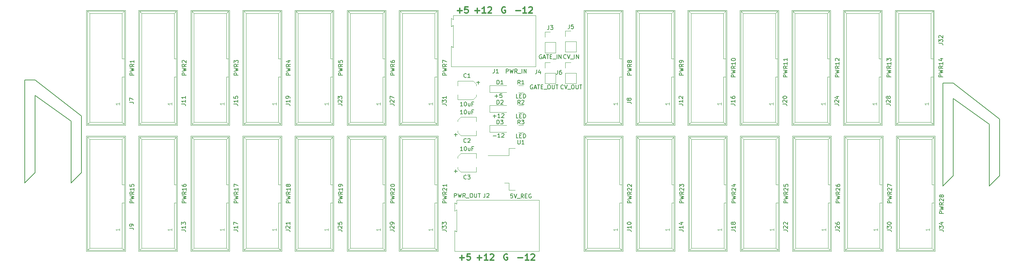
<source format=gbr>
G04 #@! TF.FileFunction,Legend,Top*
%FSLAX46Y46*%
G04 Gerber Fmt 4.6, Leading zero omitted, Abs format (unit mm)*
G04 Created by KiCad (PCBNEW 4.0.7+dfsg1-1ubuntu2) date Sat Apr 28 09:11:57 2018*
%MOMM*%
%LPD*%
G01*
G04 APERTURE LIST*
%ADD10C,0.100000*%
%ADD11C,0.300000*%
%ADD12C,0.120000*%
%ADD13C,0.150000*%
G04 APERTURE END LIST*
D10*
D11*
X144800000Y-155282143D02*
X145942857Y-155282143D01*
X147442857Y-155853571D02*
X146585714Y-155853571D01*
X147014286Y-155853571D02*
X147014286Y-154353571D01*
X146871429Y-154567857D01*
X146728571Y-154710714D01*
X146585714Y-154782143D01*
X148014285Y-154496429D02*
X148085714Y-154425000D01*
X148228571Y-154353571D01*
X148585714Y-154353571D01*
X148728571Y-154425000D01*
X148800000Y-154496429D01*
X148871428Y-154639286D01*
X148871428Y-154782143D01*
X148800000Y-154996429D01*
X147942857Y-155853571D01*
X148871428Y-155853571D01*
X142159523Y-154425000D02*
X142016666Y-154353571D01*
X141802380Y-154353571D01*
X141588095Y-154425000D01*
X141445237Y-154567857D01*
X141373809Y-154710714D01*
X141302380Y-154996429D01*
X141302380Y-155210714D01*
X141373809Y-155496429D01*
X141445237Y-155639286D01*
X141588095Y-155782143D01*
X141802380Y-155853571D01*
X141945237Y-155853571D01*
X142159523Y-155782143D01*
X142230952Y-155710714D01*
X142230952Y-155210714D01*
X141945237Y-155210714D01*
X130414286Y-155282143D02*
X131557143Y-155282143D01*
X130985714Y-155853571D02*
X130985714Y-154710714D01*
X132985715Y-154353571D02*
X132271429Y-154353571D01*
X132200000Y-155067857D01*
X132271429Y-154996429D01*
X132414286Y-154925000D01*
X132771429Y-154925000D01*
X132914286Y-154996429D01*
X132985715Y-155067857D01*
X133057143Y-155210714D01*
X133057143Y-155567857D01*
X132985715Y-155710714D01*
X132914286Y-155782143D01*
X132771429Y-155853571D01*
X132414286Y-155853571D01*
X132271429Y-155782143D01*
X132200000Y-155710714D01*
X134733334Y-155282143D02*
X135876191Y-155282143D01*
X135304762Y-155853571D02*
X135304762Y-154710714D01*
X137376191Y-155853571D02*
X136519048Y-155853571D01*
X136947620Y-155853571D02*
X136947620Y-154353571D01*
X136804763Y-154567857D01*
X136661905Y-154710714D01*
X136519048Y-154782143D01*
X137947619Y-154496429D02*
X138019048Y-154425000D01*
X138161905Y-154353571D01*
X138519048Y-154353571D01*
X138661905Y-154425000D01*
X138733334Y-154496429D01*
X138804762Y-154639286D01*
X138804762Y-154782143D01*
X138733334Y-154996429D01*
X137876191Y-155853571D01*
X138804762Y-155853571D01*
X144275000Y-94332143D02*
X145417857Y-94332143D01*
X146917857Y-94903571D02*
X146060714Y-94903571D01*
X146489286Y-94903571D02*
X146489286Y-93403571D01*
X146346429Y-93617857D01*
X146203571Y-93760714D01*
X146060714Y-93832143D01*
X147489285Y-93546429D02*
X147560714Y-93475000D01*
X147703571Y-93403571D01*
X148060714Y-93403571D01*
X148203571Y-93475000D01*
X148275000Y-93546429D01*
X148346428Y-93689286D01*
X148346428Y-93832143D01*
X148275000Y-94046429D01*
X147417857Y-94903571D01*
X148346428Y-94903571D01*
X141634523Y-93475000D02*
X141491666Y-93403571D01*
X141277380Y-93403571D01*
X141063095Y-93475000D01*
X140920237Y-93617857D01*
X140848809Y-93760714D01*
X140777380Y-94046429D01*
X140777380Y-94260714D01*
X140848809Y-94546429D01*
X140920237Y-94689286D01*
X141063095Y-94832143D01*
X141277380Y-94903571D01*
X141420237Y-94903571D01*
X141634523Y-94832143D01*
X141705952Y-94760714D01*
X141705952Y-94260714D01*
X141420237Y-94260714D01*
X134208334Y-94332143D02*
X135351191Y-94332143D01*
X134779762Y-94903571D02*
X134779762Y-93760714D01*
X136851191Y-94903571D02*
X135994048Y-94903571D01*
X136422620Y-94903571D02*
X136422620Y-93403571D01*
X136279763Y-93617857D01*
X136136905Y-93760714D01*
X135994048Y-93832143D01*
X137422619Y-93546429D02*
X137494048Y-93475000D01*
X137636905Y-93403571D01*
X137994048Y-93403571D01*
X138136905Y-93475000D01*
X138208334Y-93546429D01*
X138279762Y-93689286D01*
X138279762Y-93832143D01*
X138208334Y-94046429D01*
X137351191Y-94903571D01*
X138279762Y-94903571D01*
X129889286Y-94332143D02*
X131032143Y-94332143D01*
X130460714Y-94903571D02*
X130460714Y-93760714D01*
X132460715Y-93403571D02*
X131746429Y-93403571D01*
X131675000Y-94117857D01*
X131746429Y-94046429D01*
X131889286Y-93975000D01*
X132246429Y-93975000D01*
X132389286Y-94046429D01*
X132460715Y-94117857D01*
X132532143Y-94260714D01*
X132532143Y-94617857D01*
X132460715Y-94760714D01*
X132389286Y-94832143D01*
X132246429Y-94903571D01*
X131889286Y-94903571D01*
X131746429Y-94832143D01*
X131675000Y-94760714D01*
D12*
X129935000Y-116250000D02*
X129935000Y-115080000D01*
X129935000Y-111680000D02*
X129935000Y-112850000D01*
X134515000Y-112440000D02*
X134515000Y-112850000D01*
X134515000Y-115490000D02*
X134515000Y-115080000D01*
X133745000Y-116250000D02*
X129935000Y-116250000D01*
X133745000Y-116250000D02*
X134515000Y-115490000D01*
X133745000Y-111680000D02*
X129935000Y-111680000D01*
X133745000Y-111680000D02*
X134515000Y-112440000D01*
X134515000Y-120535000D02*
X134515000Y-121705000D01*
X134515000Y-125105000D02*
X134515000Y-123935000D01*
X129935000Y-124345000D02*
X129935000Y-123935000D01*
X129935000Y-121295000D02*
X129935000Y-121705000D01*
X130705000Y-120535000D02*
X134515000Y-120535000D01*
X130705000Y-120535000D02*
X129935000Y-121295000D01*
X130705000Y-125105000D02*
X134515000Y-125105000D01*
X130705000Y-125105000D02*
X129935000Y-124345000D01*
X134515000Y-129550000D02*
X134515000Y-130720000D01*
X134515000Y-134120000D02*
X134515000Y-132950000D01*
X129935000Y-133360000D02*
X129935000Y-132950000D01*
X129935000Y-130310000D02*
X129935000Y-130720000D01*
X130705000Y-129550000D02*
X134515000Y-129550000D01*
X130705000Y-129550000D02*
X129935000Y-130310000D01*
X130705000Y-134120000D02*
X134515000Y-134120000D01*
X130705000Y-134120000D02*
X129935000Y-133360000D01*
X137850000Y-112775000D02*
X137850000Y-114475000D01*
X137900000Y-114475000D02*
X141950000Y-114475000D01*
X137900000Y-112775000D02*
X141950000Y-112775000D01*
X137850000Y-117700000D02*
X137850000Y-119400000D01*
X137900000Y-119400000D02*
X141950000Y-119400000D01*
X137900000Y-117700000D02*
X141950000Y-117700000D01*
X137850000Y-122600000D02*
X137850000Y-124300000D01*
X137900000Y-124300000D02*
X141950000Y-124300000D01*
X137900000Y-122600000D02*
X141950000Y-122600000D01*
X149150000Y-108150000D02*
X128350000Y-108150000D01*
X128350000Y-108150000D02*
X128350000Y-103100000D01*
X128350000Y-103100000D02*
X128850000Y-103350000D01*
X128850000Y-103350000D02*
X128850000Y-97950000D01*
X128850000Y-97950000D02*
X128300000Y-98250000D01*
X128300000Y-98250000D02*
X128300000Y-96200000D01*
X128300000Y-96200000D02*
X128850000Y-96500000D01*
X128850000Y-96500000D02*
X128850000Y-95550000D01*
X128850000Y-95550000D02*
X149150000Y-95550000D01*
X149150000Y-95550000D02*
X149150000Y-108150000D01*
X150000000Y-153650000D02*
X129200000Y-153650000D01*
X129200000Y-153650000D02*
X129200000Y-148600000D01*
X129200000Y-148600000D02*
X129700000Y-148850000D01*
X129700000Y-148850000D02*
X129700000Y-143450000D01*
X129700000Y-143450000D02*
X129150000Y-143750000D01*
X129150000Y-143750000D02*
X129150000Y-141700000D01*
X129150000Y-141700000D02*
X129700000Y-142000000D01*
X129700000Y-142000000D02*
X129700000Y-141050000D01*
X129700000Y-141050000D02*
X150000000Y-141050000D01*
X150000000Y-141050000D02*
X150000000Y-153650000D01*
X151420000Y-104745000D02*
X154080000Y-104745000D01*
X151420000Y-102145000D02*
X151420000Y-104745000D01*
X154080000Y-102145000D02*
X154080000Y-104745000D01*
X151420000Y-102145000D02*
X154080000Y-102145000D01*
X151420000Y-100875000D02*
X151420000Y-99545000D01*
X151420000Y-99545000D02*
X152750000Y-99545000D01*
X151420000Y-112295000D02*
X154080000Y-112295000D01*
X151420000Y-109695000D02*
X151420000Y-112295000D01*
X154080000Y-109695000D02*
X154080000Y-112295000D01*
X151420000Y-109695000D02*
X154080000Y-109695000D01*
X151420000Y-108425000D02*
X151420000Y-107095000D01*
X151420000Y-107095000D02*
X152750000Y-107095000D01*
X156470000Y-104520000D02*
X159130000Y-104520000D01*
X156470000Y-101920000D02*
X156470000Y-104520000D01*
X159130000Y-101920000D02*
X159130000Y-104520000D01*
X156470000Y-101920000D02*
X159130000Y-101920000D01*
X156470000Y-100650000D02*
X156470000Y-99320000D01*
X156470000Y-99320000D02*
X157800000Y-99320000D01*
X156470000Y-112295000D02*
X159130000Y-112295000D01*
X156470000Y-109695000D02*
X156470000Y-112295000D01*
X159130000Y-109695000D02*
X159130000Y-112295000D01*
X156470000Y-109695000D02*
X159130000Y-109695000D01*
X156470000Y-108425000D02*
X156470000Y-107095000D01*
X156470000Y-107095000D02*
X157800000Y-107095000D01*
X146100000Y-114555000D02*
X144900000Y-114555000D01*
X144900000Y-112795000D02*
X146100000Y-112795000D01*
X146100000Y-119480000D02*
X144900000Y-119480000D01*
X144900000Y-117720000D02*
X146100000Y-117720000D01*
X146100000Y-124380000D02*
X144900000Y-124380000D01*
X144900000Y-122620000D02*
X146100000Y-122620000D01*
X144050000Y-128240000D02*
X142550000Y-128240000D01*
X142550000Y-128240000D02*
X142550000Y-130050000D01*
X142550000Y-130050000D02*
X137425000Y-130050000D01*
X144050000Y-138640000D02*
X142550000Y-138640000D01*
X142550000Y-138640000D02*
X142550000Y-136830000D01*
X142550000Y-136830000D02*
X141450000Y-136830000D01*
D10*
X238229998Y-153449999D02*
X238229998Y-125509999D01*
X238779998Y-152909999D02*
X238779998Y-126069999D01*
X247329998Y-153449999D02*
X247329998Y-125509999D01*
X246779998Y-152909999D02*
X246779998Y-141729999D01*
X246779998Y-137229999D02*
X246779998Y-126069999D01*
X246779998Y-141729999D02*
X247329998Y-141729999D01*
X246779998Y-137229999D02*
X247329998Y-137229999D01*
X238229998Y-153449999D02*
X247329998Y-153449999D01*
X238779998Y-152909999D02*
X246779998Y-152909999D01*
X238229998Y-125509999D02*
X247329998Y-125509999D01*
X238779998Y-126069999D02*
X246779998Y-126069999D01*
X238229998Y-153449999D02*
X238779998Y-152909999D01*
X238229998Y-125509999D02*
X238779998Y-126069999D01*
X247329998Y-153449999D02*
X246779998Y-152909999D01*
X247329998Y-125509999D02*
X246779998Y-126069999D01*
D12*
X237979998Y-153699999D02*
X237979998Y-125259999D01*
X237979998Y-125259999D02*
X247579998Y-125259999D01*
X247579998Y-125259999D02*
X247579998Y-153699999D01*
X247579998Y-153699999D02*
X237979998Y-153699999D01*
D10*
X115754988Y-153449999D02*
X115754988Y-125509999D01*
X116304988Y-152909999D02*
X116304988Y-126069999D01*
X124854988Y-153449999D02*
X124854988Y-125509999D01*
X124304988Y-152909999D02*
X124304988Y-141729999D01*
X124304988Y-137229999D02*
X124304988Y-126069999D01*
X124304988Y-141729999D02*
X124854988Y-141729999D01*
X124304988Y-137229999D02*
X124854988Y-137229999D01*
X115754988Y-153449999D02*
X124854988Y-153449999D01*
X116304988Y-152909999D02*
X124304988Y-152909999D01*
X115754988Y-125509999D02*
X124854988Y-125509999D01*
X116304988Y-126069999D02*
X124304988Y-126069999D01*
X115754988Y-153449999D02*
X116304988Y-152909999D01*
X115754988Y-125509999D02*
X116304988Y-126069999D01*
X124854988Y-153449999D02*
X124304988Y-152909999D01*
X124854988Y-125509999D02*
X124304988Y-126069999D01*
D12*
X115504988Y-153699999D02*
X115504988Y-125259999D01*
X115504988Y-125259999D02*
X125104988Y-125259999D01*
X125104988Y-125259999D02*
X125104988Y-153699999D01*
X125104988Y-153699999D02*
X115504988Y-153699999D01*
D10*
X237979998Y-122390001D02*
X237979998Y-94450001D01*
X238529998Y-121850001D02*
X238529998Y-95010001D01*
X247079998Y-122390001D02*
X247079998Y-94450001D01*
X246529998Y-121850001D02*
X246529998Y-110670001D01*
X246529998Y-106170001D02*
X246529998Y-95010001D01*
X246529998Y-110670001D02*
X247079998Y-110670001D01*
X246529998Y-106170001D02*
X247079998Y-106170001D01*
X237979998Y-122390001D02*
X247079998Y-122390001D01*
X238529998Y-121850001D02*
X246529998Y-121850001D01*
X237979998Y-94450001D02*
X247079998Y-94450001D01*
X238529998Y-95010001D02*
X246529998Y-95010001D01*
X237979998Y-122390001D02*
X238529998Y-121850001D01*
X237979998Y-94450001D02*
X238529998Y-95010001D01*
X247079998Y-122390001D02*
X246529998Y-121850001D01*
X247079998Y-94450001D02*
X246529998Y-95010001D01*
D12*
X237729998Y-122640001D02*
X237729998Y-94200001D01*
X237729998Y-94200001D02*
X247329998Y-94200001D01*
X247329998Y-94200001D02*
X247329998Y-122640001D01*
X247329998Y-122640001D02*
X237729998Y-122640001D01*
D10*
X115754988Y-122390001D02*
X115754988Y-94450001D01*
X116304988Y-121850001D02*
X116304988Y-95010001D01*
X124854988Y-122390001D02*
X124854988Y-94450001D01*
X124304988Y-121850001D02*
X124304988Y-110670001D01*
X124304988Y-106170001D02*
X124304988Y-95010001D01*
X124304988Y-110670001D02*
X124854988Y-110670001D01*
X124304988Y-106170001D02*
X124854988Y-106170001D01*
X115754988Y-122390001D02*
X124854988Y-122390001D01*
X116304988Y-121850001D02*
X124304988Y-121850001D01*
X115754988Y-94450001D02*
X124854988Y-94450001D01*
X116304988Y-95010001D02*
X124304988Y-95010001D01*
X115754988Y-122390001D02*
X116304988Y-121850001D01*
X115754988Y-94450001D02*
X116304988Y-95010001D01*
X124854988Y-122390001D02*
X124304988Y-121850001D01*
X124854988Y-94450001D02*
X124304988Y-95010001D01*
D12*
X115504988Y-122640001D02*
X115504988Y-94200001D01*
X115504988Y-94200001D02*
X125104988Y-94200001D01*
X125104988Y-94200001D02*
X125104988Y-122640001D01*
X125104988Y-122640001D02*
X115504988Y-122640001D01*
D10*
X225384165Y-153449999D02*
X225384165Y-125509999D01*
X225934165Y-152909999D02*
X225934165Y-126069999D01*
X234484165Y-153449999D02*
X234484165Y-125509999D01*
X233934165Y-152909999D02*
X233934165Y-141729999D01*
X233934165Y-137229999D02*
X233934165Y-126069999D01*
X233934165Y-141729999D02*
X234484165Y-141729999D01*
X233934165Y-137229999D02*
X234484165Y-137229999D01*
X225384165Y-153449999D02*
X234484165Y-153449999D01*
X225934165Y-152909999D02*
X233934165Y-152909999D01*
X225384165Y-125509999D02*
X234484165Y-125509999D01*
X225934165Y-126069999D02*
X233934165Y-126069999D01*
X225384165Y-153449999D02*
X225934165Y-152909999D01*
X225384165Y-125509999D02*
X225934165Y-126069999D01*
X234484165Y-153449999D02*
X233934165Y-152909999D01*
X234484165Y-125509999D02*
X233934165Y-126069999D01*
D12*
X225134165Y-153699999D02*
X225134165Y-125259999D01*
X225134165Y-125259999D02*
X234734165Y-125259999D01*
X234734165Y-125259999D02*
X234734165Y-153699999D01*
X234734165Y-153699999D02*
X225134165Y-153699999D01*
D10*
X102908836Y-153449999D02*
X102908836Y-125509999D01*
X103458836Y-152909999D02*
X103458836Y-126069999D01*
X112008836Y-153449999D02*
X112008836Y-125509999D01*
X111458836Y-152909999D02*
X111458836Y-141729999D01*
X111458836Y-137229999D02*
X111458836Y-126069999D01*
X111458836Y-141729999D02*
X112008836Y-141729999D01*
X111458836Y-137229999D02*
X112008836Y-137229999D01*
X102908836Y-153449999D02*
X112008836Y-153449999D01*
X103458836Y-152909999D02*
X111458836Y-152909999D01*
X102908836Y-125509999D02*
X112008836Y-125509999D01*
X103458836Y-126069999D02*
X111458836Y-126069999D01*
X102908836Y-153449999D02*
X103458836Y-152909999D01*
X102908836Y-125509999D02*
X103458836Y-126069999D01*
X112008836Y-153449999D02*
X111458836Y-152909999D01*
X112008836Y-125509999D02*
X111458836Y-126069999D01*
D12*
X102658836Y-153699999D02*
X102658836Y-125259999D01*
X102658836Y-125259999D02*
X112258836Y-125259999D01*
X112258836Y-125259999D02*
X112258836Y-153699999D01*
X112258836Y-153699999D02*
X102658836Y-153699999D01*
D10*
X225171665Y-122390001D02*
X225171665Y-94450001D01*
X225721665Y-121850001D02*
X225721665Y-95010001D01*
X234271665Y-122390001D02*
X234271665Y-94450001D01*
X233721665Y-121850001D02*
X233721665Y-110670001D01*
X233721665Y-106170001D02*
X233721665Y-95010001D01*
X233721665Y-110670001D02*
X234271665Y-110670001D01*
X233721665Y-106170001D02*
X234271665Y-106170001D01*
X225171665Y-122390001D02*
X234271665Y-122390001D01*
X225721665Y-121850001D02*
X233721665Y-121850001D01*
X225171665Y-94450001D02*
X234271665Y-94450001D01*
X225721665Y-95010001D02*
X233721665Y-95010001D01*
X225171665Y-122390001D02*
X225721665Y-121850001D01*
X225171665Y-94450001D02*
X225721665Y-95010001D01*
X234271665Y-122390001D02*
X233721665Y-121850001D01*
X234271665Y-94450001D02*
X233721665Y-95010001D01*
D12*
X224921665Y-122640001D02*
X224921665Y-94200001D01*
X224921665Y-94200001D02*
X234521665Y-94200001D01*
X234521665Y-94200001D02*
X234521665Y-122640001D01*
X234521665Y-122640001D02*
X224921665Y-122640001D01*
D10*
X102908836Y-122390001D02*
X102908836Y-94450001D01*
X103458836Y-121850001D02*
X103458836Y-95010001D01*
X112008836Y-122390001D02*
X112008836Y-94450001D01*
X111458836Y-121850001D02*
X111458836Y-110670001D01*
X111458836Y-106170001D02*
X111458836Y-95010001D01*
X111458836Y-110670001D02*
X112008836Y-110670001D01*
X111458836Y-106170001D02*
X112008836Y-106170001D01*
X102908836Y-122390001D02*
X112008836Y-122390001D01*
X103458836Y-121850001D02*
X111458836Y-121850001D01*
X102908836Y-94450001D02*
X112008836Y-94450001D01*
X103458836Y-95010001D02*
X111458836Y-95010001D01*
X102908836Y-122390001D02*
X103458836Y-121850001D01*
X102908836Y-94450001D02*
X103458836Y-95010001D01*
X112008836Y-122390001D02*
X111458836Y-121850001D01*
X112008836Y-94450001D02*
X111458836Y-95010001D01*
D12*
X102658836Y-122640001D02*
X102658836Y-94200001D01*
X102658836Y-94200001D02*
X112258836Y-94200001D01*
X112258836Y-94200001D02*
X112258836Y-122640001D01*
X112258836Y-122640001D02*
X102658836Y-122640001D01*
D10*
X212638332Y-153449999D02*
X212638332Y-125509999D01*
X213188332Y-152909999D02*
X213188332Y-126069999D01*
X221738332Y-153449999D02*
X221738332Y-125509999D01*
X221188332Y-152909999D02*
X221188332Y-141729999D01*
X221188332Y-137229999D02*
X221188332Y-126069999D01*
X221188332Y-141729999D02*
X221738332Y-141729999D01*
X221188332Y-137229999D02*
X221738332Y-137229999D01*
X212638332Y-153449999D02*
X221738332Y-153449999D01*
X213188332Y-152909999D02*
X221188332Y-152909999D01*
X212638332Y-125509999D02*
X221738332Y-125509999D01*
X213188332Y-126069999D02*
X221188332Y-126069999D01*
X212638332Y-153449999D02*
X213188332Y-152909999D01*
X212638332Y-125509999D02*
X213188332Y-126069999D01*
X221738332Y-153449999D02*
X221188332Y-152909999D01*
X221738332Y-125509999D02*
X221188332Y-126069999D01*
D12*
X212388332Y-153699999D02*
X212388332Y-125259999D01*
X212388332Y-125259999D02*
X221988332Y-125259999D01*
X221988332Y-125259999D02*
X221988332Y-153699999D01*
X221988332Y-153699999D02*
X212388332Y-153699999D01*
D10*
X90062684Y-153449999D02*
X90062684Y-125509999D01*
X90612684Y-152909999D02*
X90612684Y-126069999D01*
X99162684Y-153449999D02*
X99162684Y-125509999D01*
X98612684Y-152909999D02*
X98612684Y-141729999D01*
X98612684Y-137229999D02*
X98612684Y-126069999D01*
X98612684Y-141729999D02*
X99162684Y-141729999D01*
X98612684Y-137229999D02*
X99162684Y-137229999D01*
X90062684Y-153449999D02*
X99162684Y-153449999D01*
X90612684Y-152909999D02*
X98612684Y-152909999D01*
X90062684Y-125509999D02*
X99162684Y-125509999D01*
X90612684Y-126069999D02*
X98612684Y-126069999D01*
X90062684Y-153449999D02*
X90612684Y-152909999D01*
X90062684Y-125509999D02*
X90612684Y-126069999D01*
X99162684Y-153449999D02*
X98612684Y-152909999D01*
X99162684Y-125509999D02*
X98612684Y-126069999D01*
D12*
X89812684Y-153699999D02*
X89812684Y-125259999D01*
X89812684Y-125259999D02*
X99412684Y-125259999D01*
X99412684Y-125259999D02*
X99412684Y-153699999D01*
X99412684Y-153699999D02*
X89812684Y-153699999D01*
D10*
X212463332Y-122390001D02*
X212463332Y-94450001D01*
X213013332Y-121850001D02*
X213013332Y-95010001D01*
X221563332Y-122390001D02*
X221563332Y-94450001D01*
X221013332Y-121850001D02*
X221013332Y-110670001D01*
X221013332Y-106170001D02*
X221013332Y-95010001D01*
X221013332Y-110670001D02*
X221563332Y-110670001D01*
X221013332Y-106170001D02*
X221563332Y-106170001D01*
X212463332Y-122390001D02*
X221563332Y-122390001D01*
X213013332Y-121850001D02*
X221013332Y-121850001D01*
X212463332Y-94450001D02*
X221563332Y-94450001D01*
X213013332Y-95010001D02*
X221013332Y-95010001D01*
X212463332Y-122390001D02*
X213013332Y-121850001D01*
X212463332Y-94450001D02*
X213013332Y-95010001D01*
X221563332Y-122390001D02*
X221013332Y-121850001D01*
X221563332Y-94450001D02*
X221013332Y-95010001D01*
D12*
X212213332Y-122640001D02*
X212213332Y-94200001D01*
X212213332Y-94200001D02*
X221813332Y-94200001D01*
X221813332Y-94200001D02*
X221813332Y-122640001D01*
X221813332Y-122640001D02*
X212213332Y-122640001D01*
D10*
X90062684Y-122390001D02*
X90062684Y-94450001D01*
X90612684Y-121850001D02*
X90612684Y-95010001D01*
X99162684Y-122390001D02*
X99162684Y-94450001D01*
X98612684Y-121850001D02*
X98612684Y-110670001D01*
X98612684Y-106170001D02*
X98612684Y-95010001D01*
X98612684Y-110670001D02*
X99162684Y-110670001D01*
X98612684Y-106170001D02*
X99162684Y-106170001D01*
X90062684Y-122390001D02*
X99162684Y-122390001D01*
X90612684Y-121850001D02*
X98612684Y-121850001D01*
X90062684Y-94450001D02*
X99162684Y-94450001D01*
X90612684Y-95010001D02*
X98612684Y-95010001D01*
X90062684Y-122390001D02*
X90612684Y-121850001D01*
X90062684Y-94450001D02*
X90612684Y-95010001D01*
X99162684Y-122390001D02*
X98612684Y-121850001D01*
X99162684Y-94450001D02*
X98612684Y-95010001D01*
D12*
X89812684Y-122640001D02*
X89812684Y-94200001D01*
X89812684Y-94200001D02*
X99412684Y-94200001D01*
X99412684Y-94200001D02*
X99412684Y-122640001D01*
X99412684Y-122640001D02*
X89812684Y-122640001D01*
D10*
X199817499Y-153449999D02*
X199817499Y-125509999D01*
X200367499Y-152909999D02*
X200367499Y-126069999D01*
X208917499Y-153449999D02*
X208917499Y-125509999D01*
X208367499Y-152909999D02*
X208367499Y-141729999D01*
X208367499Y-137229999D02*
X208367499Y-126069999D01*
X208367499Y-141729999D02*
X208917499Y-141729999D01*
X208367499Y-137229999D02*
X208917499Y-137229999D01*
X199817499Y-153449999D02*
X208917499Y-153449999D01*
X200367499Y-152909999D02*
X208367499Y-152909999D01*
X199817499Y-125509999D02*
X208917499Y-125509999D01*
X200367499Y-126069999D02*
X208367499Y-126069999D01*
X199817499Y-153449999D02*
X200367499Y-152909999D01*
X199817499Y-125509999D02*
X200367499Y-126069999D01*
X208917499Y-153449999D02*
X208367499Y-152909999D01*
X208917499Y-125509999D02*
X208367499Y-126069999D01*
D12*
X199567499Y-153699999D02*
X199567499Y-125259999D01*
X199567499Y-125259999D02*
X209167499Y-125259999D01*
X209167499Y-125259999D02*
X209167499Y-153699999D01*
X209167499Y-153699999D02*
X199567499Y-153699999D01*
D10*
X77216532Y-153449999D02*
X77216532Y-125509999D01*
X77766532Y-152909999D02*
X77766532Y-126069999D01*
X86316532Y-153449999D02*
X86316532Y-125509999D01*
X85766532Y-152909999D02*
X85766532Y-141729999D01*
X85766532Y-137229999D02*
X85766532Y-126069999D01*
X85766532Y-141729999D02*
X86316532Y-141729999D01*
X85766532Y-137229999D02*
X86316532Y-137229999D01*
X77216532Y-153449999D02*
X86316532Y-153449999D01*
X77766532Y-152909999D02*
X85766532Y-152909999D01*
X77216532Y-125509999D02*
X86316532Y-125509999D01*
X77766532Y-126069999D02*
X85766532Y-126069999D01*
X77216532Y-153449999D02*
X77766532Y-152909999D01*
X77216532Y-125509999D02*
X77766532Y-126069999D01*
X86316532Y-153449999D02*
X85766532Y-152909999D01*
X86316532Y-125509999D02*
X85766532Y-126069999D01*
D12*
X76966532Y-153699999D02*
X76966532Y-125259999D01*
X76966532Y-125259999D02*
X86566532Y-125259999D01*
X86566532Y-125259999D02*
X86566532Y-153699999D01*
X86566532Y-153699999D02*
X76966532Y-153699999D01*
D10*
X199679999Y-122390001D02*
X199679999Y-94450001D01*
X200229999Y-121850001D02*
X200229999Y-95010001D01*
X208779999Y-122390001D02*
X208779999Y-94450001D01*
X208229999Y-121850001D02*
X208229999Y-110670001D01*
X208229999Y-106170001D02*
X208229999Y-95010001D01*
X208229999Y-110670001D02*
X208779999Y-110670001D01*
X208229999Y-106170001D02*
X208779999Y-106170001D01*
X199679999Y-122390001D02*
X208779999Y-122390001D01*
X200229999Y-121850001D02*
X208229999Y-121850001D01*
X199679999Y-94450001D02*
X208779999Y-94450001D01*
X200229999Y-95010001D02*
X208229999Y-95010001D01*
X199679999Y-122390001D02*
X200229999Y-121850001D01*
X199679999Y-94450001D02*
X200229999Y-95010001D01*
X208779999Y-122390001D02*
X208229999Y-121850001D01*
X208779999Y-94450001D02*
X208229999Y-95010001D01*
D12*
X199429999Y-122640001D02*
X199429999Y-94200001D01*
X199429999Y-94200001D02*
X209029999Y-94200001D01*
X209029999Y-94200001D02*
X209029999Y-122640001D01*
X209029999Y-122640001D02*
X199429999Y-122640001D01*
D10*
X77216532Y-122390001D02*
X77216532Y-94450001D01*
X77766532Y-121850001D02*
X77766532Y-95010001D01*
X86316532Y-122390001D02*
X86316532Y-94450001D01*
X85766532Y-121850001D02*
X85766532Y-110670001D01*
X85766532Y-106170001D02*
X85766532Y-95010001D01*
X85766532Y-110670001D02*
X86316532Y-110670001D01*
X85766532Y-106170001D02*
X86316532Y-106170001D01*
X77216532Y-122390001D02*
X86316532Y-122390001D01*
X77766532Y-121850001D02*
X85766532Y-121850001D01*
X77216532Y-94450001D02*
X86316532Y-94450001D01*
X77766532Y-95010001D02*
X85766532Y-95010001D01*
X77216532Y-122390001D02*
X77766532Y-121850001D01*
X77216532Y-94450001D02*
X77766532Y-95010001D01*
X86316532Y-122390001D02*
X85766532Y-121850001D01*
X86316532Y-94450001D02*
X85766532Y-95010001D01*
D12*
X76966532Y-122640001D02*
X76966532Y-94200001D01*
X76966532Y-94200001D02*
X86566532Y-94200001D01*
X86566532Y-94200001D02*
X86566532Y-122640001D01*
X86566532Y-122640001D02*
X76966532Y-122640001D01*
D10*
X186971666Y-153449999D02*
X186971666Y-125509999D01*
X187521666Y-152909999D02*
X187521666Y-126069999D01*
X196071666Y-153449999D02*
X196071666Y-125509999D01*
X195521666Y-152909999D02*
X195521666Y-141729999D01*
X195521666Y-137229999D02*
X195521666Y-126069999D01*
X195521666Y-141729999D02*
X196071666Y-141729999D01*
X195521666Y-137229999D02*
X196071666Y-137229999D01*
X186971666Y-153449999D02*
X196071666Y-153449999D01*
X187521666Y-152909999D02*
X195521666Y-152909999D01*
X186971666Y-125509999D02*
X196071666Y-125509999D01*
X187521666Y-126069999D02*
X195521666Y-126069999D01*
X186971666Y-153449999D02*
X187521666Y-152909999D01*
X186971666Y-125509999D02*
X187521666Y-126069999D01*
X196071666Y-153449999D02*
X195521666Y-152909999D01*
X196071666Y-125509999D02*
X195521666Y-126069999D01*
D12*
X186721666Y-153699999D02*
X186721666Y-125259999D01*
X186721666Y-125259999D02*
X196321666Y-125259999D01*
X196321666Y-125259999D02*
X196321666Y-153699999D01*
X196321666Y-153699999D02*
X186721666Y-153699999D01*
D10*
X64370380Y-153449999D02*
X64370380Y-125509999D01*
X64920380Y-152909999D02*
X64920380Y-126069999D01*
X73470380Y-153449999D02*
X73470380Y-125509999D01*
X72920380Y-152909999D02*
X72920380Y-141729999D01*
X72920380Y-137229999D02*
X72920380Y-126069999D01*
X72920380Y-141729999D02*
X73470380Y-141729999D01*
X72920380Y-137229999D02*
X73470380Y-137229999D01*
X64370380Y-153449999D02*
X73470380Y-153449999D01*
X64920380Y-152909999D02*
X72920380Y-152909999D01*
X64370380Y-125509999D02*
X73470380Y-125509999D01*
X64920380Y-126069999D02*
X72920380Y-126069999D01*
X64370380Y-153449999D02*
X64920380Y-152909999D01*
X64370380Y-125509999D02*
X64920380Y-126069999D01*
X73470380Y-153449999D02*
X72920380Y-152909999D01*
X73470380Y-125509999D02*
X72920380Y-126069999D01*
D12*
X64120380Y-153699999D02*
X64120380Y-125259999D01*
X64120380Y-125259999D02*
X73720380Y-125259999D01*
X73720380Y-125259999D02*
X73720380Y-153699999D01*
X73720380Y-153699999D02*
X64120380Y-153699999D01*
D10*
X186871666Y-122390001D02*
X186871666Y-94450001D01*
X187421666Y-121850001D02*
X187421666Y-95010001D01*
X195971666Y-122390001D02*
X195971666Y-94450001D01*
X195421666Y-121850001D02*
X195421666Y-110670001D01*
X195421666Y-106170001D02*
X195421666Y-95010001D01*
X195421666Y-110670001D02*
X195971666Y-110670001D01*
X195421666Y-106170001D02*
X195971666Y-106170001D01*
X186871666Y-122390001D02*
X195971666Y-122390001D01*
X187421666Y-121850001D02*
X195421666Y-121850001D01*
X186871666Y-94450001D02*
X195971666Y-94450001D01*
X187421666Y-95010001D02*
X195421666Y-95010001D01*
X186871666Y-122390001D02*
X187421666Y-121850001D01*
X186871666Y-94450001D02*
X187421666Y-95010001D01*
X195971666Y-122390001D02*
X195421666Y-121850001D01*
X195971666Y-94450001D02*
X195421666Y-95010001D01*
D12*
X186621666Y-122640001D02*
X186621666Y-94200001D01*
X186621666Y-94200001D02*
X196221666Y-94200001D01*
X196221666Y-94200001D02*
X196221666Y-122640001D01*
X196221666Y-122640001D02*
X186621666Y-122640001D01*
D10*
X64370380Y-122390001D02*
X64370380Y-94450001D01*
X64920380Y-121850001D02*
X64920380Y-95010001D01*
X73470380Y-122390001D02*
X73470380Y-94450001D01*
X72920380Y-121850001D02*
X72920380Y-110670001D01*
X72920380Y-106170001D02*
X72920380Y-95010001D01*
X72920380Y-110670001D02*
X73470380Y-110670001D01*
X72920380Y-106170001D02*
X73470380Y-106170001D01*
X64370380Y-122390001D02*
X73470380Y-122390001D01*
X64920380Y-121850001D02*
X72920380Y-121850001D01*
X64370380Y-94450001D02*
X73470380Y-94450001D01*
X64920380Y-95010001D02*
X72920380Y-95010001D01*
X64370380Y-122390001D02*
X64920380Y-121850001D01*
X64370380Y-94450001D02*
X64920380Y-95010001D01*
X73470380Y-122390001D02*
X72920380Y-121850001D01*
X73470380Y-94450001D02*
X72920380Y-95010001D01*
D12*
X64120380Y-122640001D02*
X64120380Y-94200001D01*
X64120380Y-94200001D02*
X73720380Y-94200001D01*
X73720380Y-94200001D02*
X73720380Y-122640001D01*
X73720380Y-122640001D02*
X64120380Y-122640001D01*
D10*
X174125833Y-153449999D02*
X174125833Y-125509999D01*
X174675833Y-152909999D02*
X174675833Y-126069999D01*
X183225833Y-153449999D02*
X183225833Y-125509999D01*
X182675833Y-152909999D02*
X182675833Y-141729999D01*
X182675833Y-137229999D02*
X182675833Y-126069999D01*
X182675833Y-141729999D02*
X183225833Y-141729999D01*
X182675833Y-137229999D02*
X183225833Y-137229999D01*
X174125833Y-153449999D02*
X183225833Y-153449999D01*
X174675833Y-152909999D02*
X182675833Y-152909999D01*
X174125833Y-125509999D02*
X183225833Y-125509999D01*
X174675833Y-126069999D02*
X182675833Y-126069999D01*
X174125833Y-153449999D02*
X174675833Y-152909999D01*
X174125833Y-125509999D02*
X174675833Y-126069999D01*
X183225833Y-153449999D02*
X182675833Y-152909999D01*
X183225833Y-125509999D02*
X182675833Y-126069999D01*
D12*
X173875833Y-153699999D02*
X173875833Y-125259999D01*
X173875833Y-125259999D02*
X183475833Y-125259999D01*
X183475833Y-125259999D02*
X183475833Y-153699999D01*
X183475833Y-153699999D02*
X173875833Y-153699999D01*
D10*
X51524228Y-153449999D02*
X51524228Y-125509999D01*
X52074228Y-152909999D02*
X52074228Y-126069999D01*
X60624228Y-153449999D02*
X60624228Y-125509999D01*
X60074228Y-152909999D02*
X60074228Y-141729999D01*
X60074228Y-137229999D02*
X60074228Y-126069999D01*
X60074228Y-141729999D02*
X60624228Y-141729999D01*
X60074228Y-137229999D02*
X60624228Y-137229999D01*
X51524228Y-153449999D02*
X60624228Y-153449999D01*
X52074228Y-152909999D02*
X60074228Y-152909999D01*
X51524228Y-125509999D02*
X60624228Y-125509999D01*
X52074228Y-126069999D02*
X60074228Y-126069999D01*
X51524228Y-153449999D02*
X52074228Y-152909999D01*
X51524228Y-125509999D02*
X52074228Y-126069999D01*
X60624228Y-153449999D02*
X60074228Y-152909999D01*
X60624228Y-125509999D02*
X60074228Y-126069999D01*
D12*
X51274228Y-153699999D02*
X51274228Y-125259999D01*
X51274228Y-125259999D02*
X60874228Y-125259999D01*
X60874228Y-125259999D02*
X60874228Y-153699999D01*
X60874228Y-153699999D02*
X51274228Y-153699999D01*
D10*
X174063333Y-122390001D02*
X174063333Y-94450001D01*
X174613333Y-121850001D02*
X174613333Y-95010001D01*
X183163333Y-122390001D02*
X183163333Y-94450001D01*
X182613333Y-121850001D02*
X182613333Y-110670001D01*
X182613333Y-106170001D02*
X182613333Y-95010001D01*
X182613333Y-110670001D02*
X183163333Y-110670001D01*
X182613333Y-106170001D02*
X183163333Y-106170001D01*
X174063333Y-122390001D02*
X183163333Y-122390001D01*
X174613333Y-121850001D02*
X182613333Y-121850001D01*
X174063333Y-94450001D02*
X183163333Y-94450001D01*
X174613333Y-95010001D02*
X182613333Y-95010001D01*
X174063333Y-122390001D02*
X174613333Y-121850001D01*
X174063333Y-94450001D02*
X174613333Y-95010001D01*
X183163333Y-122390001D02*
X182613333Y-121850001D01*
X183163333Y-94450001D02*
X182613333Y-95010001D01*
D12*
X173813333Y-122640001D02*
X173813333Y-94200001D01*
X173813333Y-94200001D02*
X183413333Y-94200001D01*
X183413333Y-94200001D02*
X183413333Y-122640001D01*
X183413333Y-122640001D02*
X173813333Y-122640001D01*
D10*
X51524228Y-122390001D02*
X51524228Y-94450001D01*
X52074228Y-121850001D02*
X52074228Y-95010001D01*
X60624228Y-122390001D02*
X60624228Y-94450001D01*
X60074228Y-121850001D02*
X60074228Y-110670001D01*
X60074228Y-106170001D02*
X60074228Y-95010001D01*
X60074228Y-110670001D02*
X60624228Y-110670001D01*
X60074228Y-106170001D02*
X60624228Y-106170001D01*
X51524228Y-122390001D02*
X60624228Y-122390001D01*
X52074228Y-121850001D02*
X60074228Y-121850001D01*
X51524228Y-94450001D02*
X60624228Y-94450001D01*
X52074228Y-95010001D02*
X60074228Y-95010001D01*
X51524228Y-122390001D02*
X52074228Y-121850001D01*
X51524228Y-94450001D02*
X52074228Y-95010001D01*
X60624228Y-122390001D02*
X60074228Y-121850001D01*
X60624228Y-94450001D02*
X60074228Y-95010001D01*
D12*
X51274228Y-122640001D02*
X51274228Y-94200001D01*
X51274228Y-94200001D02*
X60874228Y-94200001D01*
X60874228Y-94200001D02*
X60874228Y-122640001D01*
X60874228Y-122640001D02*
X51274228Y-122640001D01*
D10*
X161305000Y-153449999D02*
X161305000Y-125509999D01*
X161855000Y-152909999D02*
X161855000Y-126069999D01*
X170405000Y-153449999D02*
X170405000Y-125509999D01*
X169855000Y-152909999D02*
X169855000Y-141729999D01*
X169855000Y-137229999D02*
X169855000Y-126069999D01*
X169855000Y-141729999D02*
X170405000Y-141729999D01*
X169855000Y-137229999D02*
X170405000Y-137229999D01*
X161305000Y-153449999D02*
X170405000Y-153449999D01*
X161855000Y-152909999D02*
X169855000Y-152909999D01*
X161305000Y-125509999D02*
X170405000Y-125509999D01*
X161855000Y-126069999D02*
X169855000Y-126069999D01*
X161305000Y-153449999D02*
X161855000Y-152909999D01*
X161305000Y-125509999D02*
X161855000Y-126069999D01*
X170405000Y-153449999D02*
X169855000Y-152909999D01*
X170405000Y-125509999D02*
X169855000Y-126069999D01*
D12*
X161055000Y-153699999D02*
X161055000Y-125259999D01*
X161055000Y-125259999D02*
X170655000Y-125259999D01*
X170655000Y-125259999D02*
X170655000Y-153699999D01*
X170655000Y-153699999D02*
X161055000Y-153699999D01*
D10*
X38678076Y-153449999D02*
X38678076Y-125509999D01*
X39228076Y-152909999D02*
X39228076Y-126069999D01*
X47778076Y-153449999D02*
X47778076Y-125509999D01*
X47228076Y-152909999D02*
X47228076Y-141729999D01*
X47228076Y-137229999D02*
X47228076Y-126069999D01*
X47228076Y-141729999D02*
X47778076Y-141729999D01*
X47228076Y-137229999D02*
X47778076Y-137229999D01*
X38678076Y-153449999D02*
X47778076Y-153449999D01*
X39228076Y-152909999D02*
X47228076Y-152909999D01*
X38678076Y-125509999D02*
X47778076Y-125509999D01*
X39228076Y-126069999D02*
X47228076Y-126069999D01*
X38678076Y-153449999D02*
X39228076Y-152909999D01*
X38678076Y-125509999D02*
X39228076Y-126069999D01*
X47778076Y-153449999D02*
X47228076Y-152909999D01*
X47778076Y-125509999D02*
X47228076Y-126069999D01*
D12*
X38428076Y-153699999D02*
X38428076Y-125259999D01*
X38428076Y-125259999D02*
X48028076Y-125259999D01*
X48028076Y-125259999D02*
X48028076Y-153699999D01*
X48028076Y-153699999D02*
X38428076Y-153699999D01*
D10*
X161280000Y-122390001D02*
X161280000Y-94450001D01*
X161830000Y-121850001D02*
X161830000Y-95010001D01*
X170380000Y-122390001D02*
X170380000Y-94450001D01*
X169830000Y-121850001D02*
X169830000Y-110670001D01*
X169830000Y-106170001D02*
X169830000Y-95010001D01*
X169830000Y-110670001D02*
X170380000Y-110670001D01*
X169830000Y-106170001D02*
X170380000Y-106170001D01*
X161280000Y-122390001D02*
X170380000Y-122390001D01*
X161830000Y-121850001D02*
X169830000Y-121850001D01*
X161280000Y-94450001D02*
X170380000Y-94450001D01*
X161830000Y-95010001D02*
X169830000Y-95010001D01*
X161280000Y-122390001D02*
X161830000Y-121850001D01*
X161280000Y-94450001D02*
X161830000Y-95010001D01*
X170380000Y-122390001D02*
X169830000Y-121850001D01*
X170380000Y-94450001D02*
X169830000Y-95010001D01*
D12*
X161030000Y-122640001D02*
X161030000Y-94200001D01*
X161030000Y-94200001D02*
X170630000Y-94200001D01*
X170630000Y-94200001D02*
X170630000Y-122640001D01*
X170630000Y-122640001D02*
X161030000Y-122640001D01*
D10*
X38678076Y-122390001D02*
X38678076Y-94450001D01*
X39228076Y-121850001D02*
X39228076Y-95010001D01*
X47778076Y-122390001D02*
X47778076Y-94450001D01*
X47228076Y-121850001D02*
X47228076Y-110670001D01*
X47228076Y-106170001D02*
X47228076Y-95010001D01*
X47228076Y-110670001D02*
X47778076Y-110670001D01*
X47228076Y-106170001D02*
X47778076Y-106170001D01*
X38678076Y-122390001D02*
X47778076Y-122390001D01*
X39228076Y-121850001D02*
X47228076Y-121850001D01*
X38678076Y-94450001D02*
X47778076Y-94450001D01*
X39228076Y-95010001D02*
X47228076Y-95010001D01*
X38678076Y-122390001D02*
X39228076Y-121850001D01*
X38678076Y-94450001D02*
X39228076Y-95010001D01*
X47778076Y-122390001D02*
X47228076Y-121850001D01*
X47778076Y-94450001D02*
X47228076Y-95010001D01*
D12*
X38428076Y-122640001D02*
X38428076Y-94200001D01*
X38428076Y-94200001D02*
X48028076Y-94200001D01*
X48028076Y-94200001D02*
X48028076Y-122640001D01*
X48028076Y-122640001D02*
X38428076Y-122640001D01*
D13*
X34680000Y-121560000D02*
X25790000Y-115210000D01*
X34680000Y-136800000D02*
X34680000Y-121560000D01*
X37220000Y-134260000D02*
X34680000Y-136800000D01*
X37220000Y-120290000D02*
X37220000Y-134260000D01*
X25790000Y-111400000D02*
X37220000Y-120290000D01*
X23250000Y-111400000D02*
X25790000Y-111400000D01*
X25790000Y-134260000D02*
X25790000Y-115210000D01*
X23250000Y-136800000D02*
X25790000Y-134260000D01*
X23250000Y-111400000D02*
X23250000Y-136800000D01*
X260880000Y-122360000D02*
X251990000Y-116010000D01*
X260880000Y-137600000D02*
X260880000Y-122360000D01*
X263420000Y-135060000D02*
X260880000Y-137600000D01*
X263420000Y-121090000D02*
X263420000Y-135060000D01*
X251990000Y-112200000D02*
X263420000Y-121090000D01*
X249450000Y-112200000D02*
X251990000Y-112200000D01*
X251990000Y-135060000D02*
X251990000Y-116010000D01*
X249450000Y-137600000D02*
X251990000Y-135060000D01*
X249450000Y-112200000D02*
X249450000Y-137600000D01*
X132058334Y-110727143D02*
X132010715Y-110774762D01*
X131867858Y-110822381D01*
X131772620Y-110822381D01*
X131629762Y-110774762D01*
X131534524Y-110679524D01*
X131486905Y-110584286D01*
X131439286Y-110393810D01*
X131439286Y-110250952D01*
X131486905Y-110060476D01*
X131534524Y-109965238D01*
X131629762Y-109870000D01*
X131772620Y-109822381D01*
X131867858Y-109822381D01*
X132010715Y-109870000D01*
X132058334Y-109917619D01*
X133010715Y-110822381D02*
X132439286Y-110822381D01*
X132725000Y-110822381D02*
X132725000Y-109822381D01*
X132629762Y-109965238D01*
X132534524Y-110060476D01*
X132439286Y-110108095D01*
X131153572Y-117852381D02*
X130582143Y-117852381D01*
X130867857Y-117852381D02*
X130867857Y-116852381D01*
X130772619Y-116995238D01*
X130677381Y-117090476D01*
X130582143Y-117138095D01*
X131772619Y-116852381D02*
X131867858Y-116852381D01*
X131963096Y-116900000D01*
X132010715Y-116947619D01*
X132058334Y-117042857D01*
X132105953Y-117233333D01*
X132105953Y-117471429D01*
X132058334Y-117661905D01*
X132010715Y-117757143D01*
X131963096Y-117804762D01*
X131867858Y-117852381D01*
X131772619Y-117852381D01*
X131677381Y-117804762D01*
X131629762Y-117757143D01*
X131582143Y-117661905D01*
X131534524Y-117471429D01*
X131534524Y-117233333D01*
X131582143Y-117042857D01*
X131629762Y-116947619D01*
X131677381Y-116900000D01*
X131772619Y-116852381D01*
X132963096Y-117185714D02*
X132963096Y-117852381D01*
X132534524Y-117185714D02*
X132534524Y-117709524D01*
X132582143Y-117804762D01*
X132677381Y-117852381D01*
X132820239Y-117852381D01*
X132915477Y-117804762D01*
X132963096Y-117757143D01*
X133772620Y-117328571D02*
X133439286Y-117328571D01*
X133439286Y-117852381D02*
X133439286Y-116852381D01*
X133915477Y-116852381D01*
X134624048Y-112031429D02*
X135385953Y-112031429D01*
X135005001Y-112412381D02*
X135005001Y-111650476D01*
X132058334Y-110727143D02*
X132010715Y-110774762D01*
X131867858Y-110822381D01*
X131772620Y-110822381D01*
X131629762Y-110774762D01*
X131534524Y-110679524D01*
X131486905Y-110584286D01*
X131439286Y-110393810D01*
X131439286Y-110250952D01*
X131486905Y-110060476D01*
X131534524Y-109965238D01*
X131629762Y-109870000D01*
X131772620Y-109822381D01*
X131867858Y-109822381D01*
X132010715Y-109870000D01*
X132058334Y-109917619D01*
X133010715Y-110822381D02*
X132439286Y-110822381D01*
X132725000Y-110822381D02*
X132725000Y-109822381D01*
X132629762Y-109965238D01*
X132534524Y-110060476D01*
X132439286Y-110108095D01*
X132058334Y-126772143D02*
X132010715Y-126819762D01*
X131867858Y-126867381D01*
X131772620Y-126867381D01*
X131629762Y-126819762D01*
X131534524Y-126724524D01*
X131486905Y-126629286D01*
X131439286Y-126438810D01*
X131439286Y-126295952D01*
X131486905Y-126105476D01*
X131534524Y-126010238D01*
X131629762Y-125915000D01*
X131772620Y-125867381D01*
X131867858Y-125867381D01*
X132010715Y-125915000D01*
X132058334Y-125962619D01*
X132439286Y-125962619D02*
X132486905Y-125915000D01*
X132582143Y-125867381D01*
X132820239Y-125867381D01*
X132915477Y-125915000D01*
X132963096Y-125962619D01*
X133010715Y-126057857D01*
X133010715Y-126153095D01*
X132963096Y-126295952D01*
X132391667Y-126867381D01*
X133010715Y-126867381D01*
X131153572Y-119837381D02*
X130582143Y-119837381D01*
X130867857Y-119837381D02*
X130867857Y-118837381D01*
X130772619Y-118980238D01*
X130677381Y-119075476D01*
X130582143Y-119123095D01*
X131772619Y-118837381D02*
X131867858Y-118837381D01*
X131963096Y-118885000D01*
X132010715Y-118932619D01*
X132058334Y-119027857D01*
X132105953Y-119218333D01*
X132105953Y-119456429D01*
X132058334Y-119646905D01*
X132010715Y-119742143D01*
X131963096Y-119789762D01*
X131867858Y-119837381D01*
X131772619Y-119837381D01*
X131677381Y-119789762D01*
X131629762Y-119742143D01*
X131582143Y-119646905D01*
X131534524Y-119456429D01*
X131534524Y-119218333D01*
X131582143Y-119027857D01*
X131629762Y-118932619D01*
X131677381Y-118885000D01*
X131772619Y-118837381D01*
X132963096Y-119170714D02*
X132963096Y-119837381D01*
X132534524Y-119170714D02*
X132534524Y-119694524D01*
X132582143Y-119789762D01*
X132677381Y-119837381D01*
X132820239Y-119837381D01*
X132915477Y-119789762D01*
X132963096Y-119742143D01*
X133772620Y-119313571D02*
X133439286Y-119313571D01*
X133439286Y-119837381D02*
X133439286Y-118837381D01*
X133915477Y-118837381D01*
X129064048Y-124896429D02*
X129825953Y-124896429D01*
X129445001Y-125277381D02*
X129445001Y-124515476D01*
X132058334Y-126772143D02*
X132010715Y-126819762D01*
X131867858Y-126867381D01*
X131772620Y-126867381D01*
X131629762Y-126819762D01*
X131534524Y-126724524D01*
X131486905Y-126629286D01*
X131439286Y-126438810D01*
X131439286Y-126295952D01*
X131486905Y-126105476D01*
X131534524Y-126010238D01*
X131629762Y-125915000D01*
X131772620Y-125867381D01*
X131867858Y-125867381D01*
X132010715Y-125915000D01*
X132058334Y-125962619D01*
X132439286Y-125962619D02*
X132486905Y-125915000D01*
X132582143Y-125867381D01*
X132820239Y-125867381D01*
X132915477Y-125915000D01*
X132963096Y-125962619D01*
X133010715Y-126057857D01*
X133010715Y-126153095D01*
X132963096Y-126295952D01*
X132391667Y-126867381D01*
X133010715Y-126867381D01*
X132058334Y-135787143D02*
X132010715Y-135834762D01*
X131867858Y-135882381D01*
X131772620Y-135882381D01*
X131629762Y-135834762D01*
X131534524Y-135739524D01*
X131486905Y-135644286D01*
X131439286Y-135453810D01*
X131439286Y-135310952D01*
X131486905Y-135120476D01*
X131534524Y-135025238D01*
X131629762Y-134930000D01*
X131772620Y-134882381D01*
X131867858Y-134882381D01*
X132010715Y-134930000D01*
X132058334Y-134977619D01*
X132391667Y-134882381D02*
X133010715Y-134882381D01*
X132677381Y-135263333D01*
X132820239Y-135263333D01*
X132915477Y-135310952D01*
X132963096Y-135358571D01*
X133010715Y-135453810D01*
X133010715Y-135691905D01*
X132963096Y-135787143D01*
X132915477Y-135834762D01*
X132820239Y-135882381D01*
X132534524Y-135882381D01*
X132439286Y-135834762D01*
X132391667Y-135787143D01*
X131153572Y-128852381D02*
X130582143Y-128852381D01*
X130867857Y-128852381D02*
X130867857Y-127852381D01*
X130772619Y-127995238D01*
X130677381Y-128090476D01*
X130582143Y-128138095D01*
X131772619Y-127852381D02*
X131867858Y-127852381D01*
X131963096Y-127900000D01*
X132010715Y-127947619D01*
X132058334Y-128042857D01*
X132105953Y-128233333D01*
X132105953Y-128471429D01*
X132058334Y-128661905D01*
X132010715Y-128757143D01*
X131963096Y-128804762D01*
X131867858Y-128852381D01*
X131772619Y-128852381D01*
X131677381Y-128804762D01*
X131629762Y-128757143D01*
X131582143Y-128661905D01*
X131534524Y-128471429D01*
X131534524Y-128233333D01*
X131582143Y-128042857D01*
X131629762Y-127947619D01*
X131677381Y-127900000D01*
X131772619Y-127852381D01*
X132963096Y-128185714D02*
X132963096Y-128852381D01*
X132534524Y-128185714D02*
X132534524Y-128709524D01*
X132582143Y-128804762D01*
X132677381Y-128852381D01*
X132820239Y-128852381D01*
X132915477Y-128804762D01*
X132963096Y-128757143D01*
X133772620Y-128328571D02*
X133439286Y-128328571D01*
X133439286Y-128852381D02*
X133439286Y-127852381D01*
X133915477Y-127852381D01*
X129064048Y-133911429D02*
X129825953Y-133911429D01*
X129445001Y-134292381D02*
X129445001Y-133530476D01*
X132058334Y-135787143D02*
X132010715Y-135834762D01*
X131867858Y-135882381D01*
X131772620Y-135882381D01*
X131629762Y-135834762D01*
X131534524Y-135739524D01*
X131486905Y-135644286D01*
X131439286Y-135453810D01*
X131439286Y-135310952D01*
X131486905Y-135120476D01*
X131534524Y-135025238D01*
X131629762Y-134930000D01*
X131772620Y-134882381D01*
X131867858Y-134882381D01*
X132010715Y-134930000D01*
X132058334Y-134977619D01*
X132391667Y-134882381D02*
X133010715Y-134882381D01*
X132677381Y-135263333D01*
X132820239Y-135263333D01*
X132915477Y-135310952D01*
X132963096Y-135358571D01*
X133010715Y-135453810D01*
X133010715Y-135691905D01*
X132963096Y-135787143D01*
X132915477Y-135834762D01*
X132820239Y-135882381D01*
X132534524Y-135882381D01*
X132439286Y-135834762D01*
X132391667Y-135787143D01*
X139611905Y-112477381D02*
X139611905Y-111477381D01*
X139850000Y-111477381D01*
X139992858Y-111525000D01*
X140088096Y-111620238D01*
X140135715Y-111715476D01*
X140183334Y-111905952D01*
X140183334Y-112048810D01*
X140135715Y-112239286D01*
X140088096Y-112334524D01*
X139992858Y-112429762D01*
X139850000Y-112477381D01*
X139611905Y-112477381D01*
X141135715Y-112477381D02*
X140564286Y-112477381D01*
X140850000Y-112477381D02*
X140850000Y-111477381D01*
X140754762Y-111620238D01*
X140659524Y-111715476D01*
X140564286Y-111763095D01*
X139111905Y-115396429D02*
X139873810Y-115396429D01*
X139492858Y-115777381D02*
X139492858Y-115015476D01*
X140826191Y-114777381D02*
X140350000Y-114777381D01*
X140302381Y-115253571D01*
X140350000Y-115205952D01*
X140445238Y-115158333D01*
X140683334Y-115158333D01*
X140778572Y-115205952D01*
X140826191Y-115253571D01*
X140873810Y-115348810D01*
X140873810Y-115586905D01*
X140826191Y-115682143D01*
X140778572Y-115729762D01*
X140683334Y-115777381D01*
X140445238Y-115777381D01*
X140350000Y-115729762D01*
X140302381Y-115682143D01*
X139611905Y-117402381D02*
X139611905Y-116402381D01*
X139850000Y-116402381D01*
X139992858Y-116450000D01*
X140088096Y-116545238D01*
X140135715Y-116640476D01*
X140183334Y-116830952D01*
X140183334Y-116973810D01*
X140135715Y-117164286D01*
X140088096Y-117259524D01*
X139992858Y-117354762D01*
X139850000Y-117402381D01*
X139611905Y-117402381D01*
X140564286Y-116497619D02*
X140611905Y-116450000D01*
X140707143Y-116402381D01*
X140945239Y-116402381D01*
X141040477Y-116450000D01*
X141088096Y-116497619D01*
X141135715Y-116592857D01*
X141135715Y-116688095D01*
X141088096Y-116830952D01*
X140516667Y-117402381D01*
X141135715Y-117402381D01*
X138635714Y-120321429D02*
X139397619Y-120321429D01*
X139016667Y-120702381D02*
X139016667Y-119940476D01*
X140397619Y-120702381D02*
X139826190Y-120702381D01*
X140111904Y-120702381D02*
X140111904Y-119702381D01*
X140016666Y-119845238D01*
X139921428Y-119940476D01*
X139826190Y-119988095D01*
X140778571Y-119797619D02*
X140826190Y-119750000D01*
X140921428Y-119702381D01*
X141159524Y-119702381D01*
X141254762Y-119750000D01*
X141302381Y-119797619D01*
X141350000Y-119892857D01*
X141350000Y-119988095D01*
X141302381Y-120130952D01*
X140730952Y-120702381D01*
X141350000Y-120702381D01*
X139611905Y-122302381D02*
X139611905Y-121302381D01*
X139850000Y-121302381D01*
X139992858Y-121350000D01*
X140088096Y-121445238D01*
X140135715Y-121540476D01*
X140183334Y-121730952D01*
X140183334Y-121873810D01*
X140135715Y-122064286D01*
X140088096Y-122159524D01*
X139992858Y-122254762D01*
X139850000Y-122302381D01*
X139611905Y-122302381D01*
X140516667Y-121302381D02*
X141135715Y-121302381D01*
X140802381Y-121683333D01*
X140945239Y-121683333D01*
X141040477Y-121730952D01*
X141088096Y-121778571D01*
X141135715Y-121873810D01*
X141135715Y-122111905D01*
X141088096Y-122207143D01*
X141040477Y-122254762D01*
X140945239Y-122302381D01*
X140659524Y-122302381D01*
X140564286Y-122254762D01*
X140516667Y-122207143D01*
X138635714Y-125221429D02*
X139397619Y-125221429D01*
X140397619Y-125602381D02*
X139826190Y-125602381D01*
X140111904Y-125602381D02*
X140111904Y-124602381D01*
X140016666Y-124745238D01*
X139921428Y-124840476D01*
X139826190Y-124888095D01*
X140778571Y-124697619D02*
X140826190Y-124650000D01*
X140921428Y-124602381D01*
X141159524Y-124602381D01*
X141254762Y-124650000D01*
X141302381Y-124697619D01*
X141350000Y-124792857D01*
X141350000Y-124888095D01*
X141302381Y-125030952D01*
X140730952Y-125602381D01*
X141350000Y-125602381D01*
X138991667Y-108727381D02*
X138991667Y-109441667D01*
X138944047Y-109584524D01*
X138848809Y-109679762D01*
X138705952Y-109727381D01*
X138610714Y-109727381D01*
X139991667Y-109727381D02*
X139420238Y-109727381D01*
X139705952Y-109727381D02*
X139705952Y-108727381D01*
X139610714Y-108870238D01*
X139515476Y-108965476D01*
X139420238Y-109013095D01*
X141873810Y-109727381D02*
X141873810Y-108727381D01*
X142254763Y-108727381D01*
X142350001Y-108775000D01*
X142397620Y-108822619D01*
X142445239Y-108917857D01*
X142445239Y-109060714D01*
X142397620Y-109155952D01*
X142350001Y-109203571D01*
X142254763Y-109251190D01*
X141873810Y-109251190D01*
X142778572Y-108727381D02*
X143016667Y-109727381D01*
X143207144Y-109013095D01*
X143397620Y-109727381D01*
X143635715Y-108727381D01*
X144588096Y-109727381D02*
X144254762Y-109251190D01*
X144016667Y-109727381D02*
X144016667Y-108727381D01*
X144397620Y-108727381D01*
X144492858Y-108775000D01*
X144540477Y-108822619D01*
X144588096Y-108917857D01*
X144588096Y-109060714D01*
X144540477Y-109155952D01*
X144492858Y-109203571D01*
X144397620Y-109251190D01*
X144016667Y-109251190D01*
X144778572Y-109822619D02*
X145540477Y-109822619D01*
X145778572Y-109727381D02*
X145778572Y-108727381D01*
X146254762Y-109727381D02*
X146254762Y-108727381D01*
X146826191Y-109727381D01*
X146826191Y-108727381D01*
X136666667Y-139427381D02*
X136666667Y-140141667D01*
X136619047Y-140284524D01*
X136523809Y-140379762D01*
X136380952Y-140427381D01*
X136285714Y-140427381D01*
X137095238Y-139522619D02*
X137142857Y-139475000D01*
X137238095Y-139427381D01*
X137476191Y-139427381D01*
X137571429Y-139475000D01*
X137619048Y-139522619D01*
X137666667Y-139617857D01*
X137666667Y-139713095D01*
X137619048Y-139855952D01*
X137047619Y-140427381D01*
X137666667Y-140427381D01*
X129107143Y-140427381D02*
X129107143Y-139427381D01*
X129488096Y-139427381D01*
X129583334Y-139475000D01*
X129630953Y-139522619D01*
X129678572Y-139617857D01*
X129678572Y-139760714D01*
X129630953Y-139855952D01*
X129583334Y-139903571D01*
X129488096Y-139951190D01*
X129107143Y-139951190D01*
X130011905Y-139427381D02*
X130250000Y-140427381D01*
X130440477Y-139713095D01*
X130630953Y-140427381D01*
X130869048Y-139427381D01*
X131821429Y-140427381D02*
X131488095Y-139951190D01*
X131250000Y-140427381D02*
X131250000Y-139427381D01*
X131630953Y-139427381D01*
X131726191Y-139475000D01*
X131773810Y-139522619D01*
X131821429Y-139617857D01*
X131821429Y-139760714D01*
X131773810Y-139855952D01*
X131726191Y-139903571D01*
X131630953Y-139951190D01*
X131250000Y-139951190D01*
X132011905Y-140522619D02*
X132773810Y-140522619D01*
X133202381Y-139427381D02*
X133392858Y-139427381D01*
X133488096Y-139475000D01*
X133583334Y-139570238D01*
X133630953Y-139760714D01*
X133630953Y-140094048D01*
X133583334Y-140284524D01*
X133488096Y-140379762D01*
X133392858Y-140427381D01*
X133202381Y-140427381D01*
X133107143Y-140379762D01*
X133011905Y-140284524D01*
X132964286Y-140094048D01*
X132964286Y-139760714D01*
X133011905Y-139570238D01*
X133107143Y-139475000D01*
X133202381Y-139427381D01*
X134059524Y-139427381D02*
X134059524Y-140236905D01*
X134107143Y-140332143D01*
X134154762Y-140379762D01*
X134250000Y-140427381D01*
X134440477Y-140427381D01*
X134535715Y-140379762D01*
X134583334Y-140332143D01*
X134630953Y-140236905D01*
X134630953Y-139427381D01*
X134964286Y-139427381D02*
X135535715Y-139427381D01*
X135250000Y-140427381D02*
X135250000Y-139427381D01*
X152416667Y-97997381D02*
X152416667Y-98711667D01*
X152369047Y-98854524D01*
X152273809Y-98949762D01*
X152130952Y-98997381D01*
X152035714Y-98997381D01*
X152797619Y-97997381D02*
X153416667Y-97997381D01*
X153083333Y-98378333D01*
X153226191Y-98378333D01*
X153321429Y-98425952D01*
X153369048Y-98473571D01*
X153416667Y-98568810D01*
X153416667Y-98806905D01*
X153369048Y-98902143D01*
X153321429Y-98949762D01*
X153226191Y-98997381D01*
X152940476Y-98997381D01*
X152845238Y-98949762D01*
X152797619Y-98902143D01*
X150607143Y-105245000D02*
X150511905Y-105197381D01*
X150369048Y-105197381D01*
X150226190Y-105245000D01*
X150130952Y-105340238D01*
X150083333Y-105435476D01*
X150035714Y-105625952D01*
X150035714Y-105768810D01*
X150083333Y-105959286D01*
X150130952Y-106054524D01*
X150226190Y-106149762D01*
X150369048Y-106197381D01*
X150464286Y-106197381D01*
X150607143Y-106149762D01*
X150654762Y-106102143D01*
X150654762Y-105768810D01*
X150464286Y-105768810D01*
X151035714Y-105911667D02*
X151511905Y-105911667D01*
X150940476Y-106197381D02*
X151273809Y-105197381D01*
X151607143Y-106197381D01*
X151797619Y-105197381D02*
X152369048Y-105197381D01*
X152083333Y-106197381D02*
X152083333Y-105197381D01*
X152702381Y-105673571D02*
X153035715Y-105673571D01*
X153178572Y-106197381D02*
X152702381Y-106197381D01*
X152702381Y-105197381D01*
X153178572Y-105197381D01*
X153369048Y-106292619D02*
X154130953Y-106292619D01*
X154369048Y-106197381D02*
X154369048Y-105197381D01*
X154845238Y-106197381D02*
X154845238Y-105197381D01*
X155416667Y-106197381D01*
X155416667Y-105197381D01*
X149416667Y-108917381D02*
X149416667Y-109631667D01*
X149369047Y-109774524D01*
X149273809Y-109869762D01*
X149130952Y-109917381D01*
X149035714Y-109917381D01*
X150321429Y-109250714D02*
X150321429Y-109917381D01*
X150083333Y-108869762D02*
X149845238Y-109584048D01*
X150464286Y-109584048D01*
X148390476Y-112700000D02*
X148295238Y-112652381D01*
X148152381Y-112652381D01*
X148009523Y-112700000D01*
X147914285Y-112795238D01*
X147866666Y-112890476D01*
X147819047Y-113080952D01*
X147819047Y-113223810D01*
X147866666Y-113414286D01*
X147914285Y-113509524D01*
X148009523Y-113604762D01*
X148152381Y-113652381D01*
X148247619Y-113652381D01*
X148390476Y-113604762D01*
X148438095Y-113557143D01*
X148438095Y-113223810D01*
X148247619Y-113223810D01*
X148819047Y-113366667D02*
X149295238Y-113366667D01*
X148723809Y-113652381D02*
X149057142Y-112652381D01*
X149390476Y-113652381D01*
X149580952Y-112652381D02*
X150152381Y-112652381D01*
X149866666Y-113652381D02*
X149866666Y-112652381D01*
X150485714Y-113128571D02*
X150819048Y-113128571D01*
X150961905Y-113652381D02*
X150485714Y-113652381D01*
X150485714Y-112652381D01*
X150961905Y-112652381D01*
X151152381Y-113747619D02*
X151914286Y-113747619D01*
X152342857Y-112652381D02*
X152533334Y-112652381D01*
X152628572Y-112700000D01*
X152723810Y-112795238D01*
X152771429Y-112985714D01*
X152771429Y-113319048D01*
X152723810Y-113509524D01*
X152628572Y-113604762D01*
X152533334Y-113652381D01*
X152342857Y-113652381D01*
X152247619Y-113604762D01*
X152152381Y-113509524D01*
X152104762Y-113319048D01*
X152104762Y-112985714D01*
X152152381Y-112795238D01*
X152247619Y-112700000D01*
X152342857Y-112652381D01*
X153200000Y-112652381D02*
X153200000Y-113461905D01*
X153247619Y-113557143D01*
X153295238Y-113604762D01*
X153390476Y-113652381D01*
X153580953Y-113652381D01*
X153676191Y-113604762D01*
X153723810Y-113557143D01*
X153771429Y-113461905D01*
X153771429Y-112652381D01*
X154104762Y-112652381D02*
X154676191Y-112652381D01*
X154390476Y-113652381D02*
X154390476Y-112652381D01*
X157466667Y-97772381D02*
X157466667Y-98486667D01*
X157419047Y-98629524D01*
X157323809Y-98724762D01*
X157180952Y-98772381D01*
X157085714Y-98772381D01*
X158419048Y-97772381D02*
X157942857Y-97772381D01*
X157895238Y-98248571D01*
X157942857Y-98200952D01*
X158038095Y-98153333D01*
X158276191Y-98153333D01*
X158371429Y-98200952D01*
X158419048Y-98248571D01*
X158466667Y-98343810D01*
X158466667Y-98581905D01*
X158419048Y-98677143D01*
X158371429Y-98724762D01*
X158276191Y-98772381D01*
X158038095Y-98772381D01*
X157942857Y-98724762D01*
X157895238Y-98677143D01*
X156638096Y-106057143D02*
X156590477Y-106104762D01*
X156447620Y-106152381D01*
X156352382Y-106152381D01*
X156209524Y-106104762D01*
X156114286Y-106009524D01*
X156066667Y-105914286D01*
X156019048Y-105723810D01*
X156019048Y-105580952D01*
X156066667Y-105390476D01*
X156114286Y-105295238D01*
X156209524Y-105200000D01*
X156352382Y-105152381D01*
X156447620Y-105152381D01*
X156590477Y-105200000D01*
X156638096Y-105247619D01*
X156923810Y-105152381D02*
X157257143Y-106152381D01*
X157590477Y-105152381D01*
X157685715Y-106247619D02*
X158447620Y-106247619D01*
X158685715Y-106152381D02*
X158685715Y-105152381D01*
X159161905Y-106152381D02*
X159161905Y-105152381D01*
X159733334Y-106152381D01*
X159733334Y-105152381D01*
X154566667Y-109052381D02*
X154566667Y-109766667D01*
X154519047Y-109909524D01*
X154423809Y-110004762D01*
X154280952Y-110052381D01*
X154185714Y-110052381D01*
X155471429Y-109052381D02*
X155280952Y-109052381D01*
X155185714Y-109100000D01*
X155138095Y-109147619D01*
X155042857Y-109290476D01*
X154995238Y-109480952D01*
X154995238Y-109861905D01*
X155042857Y-109957143D01*
X155090476Y-110004762D01*
X155185714Y-110052381D01*
X155376191Y-110052381D01*
X155471429Y-110004762D01*
X155519048Y-109957143D01*
X155566667Y-109861905D01*
X155566667Y-109623810D01*
X155519048Y-109528571D01*
X155471429Y-109480952D01*
X155376191Y-109433333D01*
X155185714Y-109433333D01*
X155090476Y-109480952D01*
X155042857Y-109528571D01*
X154995238Y-109623810D01*
X155971429Y-113557143D02*
X155923810Y-113604762D01*
X155780953Y-113652381D01*
X155685715Y-113652381D01*
X155542857Y-113604762D01*
X155447619Y-113509524D01*
X155400000Y-113414286D01*
X155352381Y-113223810D01*
X155352381Y-113080952D01*
X155400000Y-112890476D01*
X155447619Y-112795238D01*
X155542857Y-112700000D01*
X155685715Y-112652381D01*
X155780953Y-112652381D01*
X155923810Y-112700000D01*
X155971429Y-112747619D01*
X156257143Y-112652381D02*
X156590476Y-113652381D01*
X156923810Y-112652381D01*
X157019048Y-113747619D02*
X157780953Y-113747619D01*
X158209524Y-112652381D02*
X158400001Y-112652381D01*
X158495239Y-112700000D01*
X158590477Y-112795238D01*
X158638096Y-112985714D01*
X158638096Y-113319048D01*
X158590477Y-113509524D01*
X158495239Y-113604762D01*
X158400001Y-113652381D01*
X158209524Y-113652381D01*
X158114286Y-113604762D01*
X158019048Y-113509524D01*
X157971429Y-113319048D01*
X157971429Y-112985714D01*
X158019048Y-112795238D01*
X158114286Y-112700000D01*
X158209524Y-112652381D01*
X159066667Y-112652381D02*
X159066667Y-113461905D01*
X159114286Y-113557143D01*
X159161905Y-113604762D01*
X159257143Y-113652381D01*
X159447620Y-113652381D01*
X159542858Y-113604762D01*
X159590477Y-113557143D01*
X159638096Y-113461905D01*
X159638096Y-112652381D01*
X159971429Y-112652381D02*
X160542858Y-112652381D01*
X160257143Y-113652381D02*
X160257143Y-112652381D01*
X145333334Y-112477381D02*
X145000000Y-112001190D01*
X144761905Y-112477381D02*
X144761905Y-111477381D01*
X145142858Y-111477381D01*
X145238096Y-111525000D01*
X145285715Y-111572619D01*
X145333334Y-111667857D01*
X145333334Y-111810714D01*
X145285715Y-111905952D01*
X145238096Y-111953571D01*
X145142858Y-112001190D01*
X144761905Y-112001190D01*
X146285715Y-112477381D02*
X145714286Y-112477381D01*
X146000000Y-112477381D02*
X146000000Y-111477381D01*
X145904762Y-111620238D01*
X145809524Y-111715476D01*
X145714286Y-111763095D01*
X144857143Y-115877381D02*
X144380952Y-115877381D01*
X144380952Y-114877381D01*
X145190476Y-115353571D02*
X145523810Y-115353571D01*
X145666667Y-115877381D02*
X145190476Y-115877381D01*
X145190476Y-114877381D01*
X145666667Y-114877381D01*
X146095238Y-115877381D02*
X146095238Y-114877381D01*
X146333333Y-114877381D01*
X146476191Y-114925000D01*
X146571429Y-115020238D01*
X146619048Y-115115476D01*
X146666667Y-115305952D01*
X146666667Y-115448810D01*
X146619048Y-115639286D01*
X146571429Y-115734524D01*
X146476191Y-115829762D01*
X146333333Y-115877381D01*
X146095238Y-115877381D01*
X145333334Y-117402381D02*
X145000000Y-116926190D01*
X144761905Y-117402381D02*
X144761905Y-116402381D01*
X145142858Y-116402381D01*
X145238096Y-116450000D01*
X145285715Y-116497619D01*
X145333334Y-116592857D01*
X145333334Y-116735714D01*
X145285715Y-116830952D01*
X145238096Y-116878571D01*
X145142858Y-116926190D01*
X144761905Y-116926190D01*
X145714286Y-116497619D02*
X145761905Y-116450000D01*
X145857143Y-116402381D01*
X146095239Y-116402381D01*
X146190477Y-116450000D01*
X146238096Y-116497619D01*
X146285715Y-116592857D01*
X146285715Y-116688095D01*
X146238096Y-116830952D01*
X145666667Y-117402381D01*
X146285715Y-117402381D01*
X144857143Y-120802381D02*
X144380952Y-120802381D01*
X144380952Y-119802381D01*
X145190476Y-120278571D02*
X145523810Y-120278571D01*
X145666667Y-120802381D02*
X145190476Y-120802381D01*
X145190476Y-119802381D01*
X145666667Y-119802381D01*
X146095238Y-120802381D02*
X146095238Y-119802381D01*
X146333333Y-119802381D01*
X146476191Y-119850000D01*
X146571429Y-119945238D01*
X146619048Y-120040476D01*
X146666667Y-120230952D01*
X146666667Y-120373810D01*
X146619048Y-120564286D01*
X146571429Y-120659524D01*
X146476191Y-120754762D01*
X146333333Y-120802381D01*
X146095238Y-120802381D01*
X145333334Y-122302381D02*
X145000000Y-121826190D01*
X144761905Y-122302381D02*
X144761905Y-121302381D01*
X145142858Y-121302381D01*
X145238096Y-121350000D01*
X145285715Y-121397619D01*
X145333334Y-121492857D01*
X145333334Y-121635714D01*
X145285715Y-121730952D01*
X145238096Y-121778571D01*
X145142858Y-121826190D01*
X144761905Y-121826190D01*
X145666667Y-121302381D02*
X146285715Y-121302381D01*
X145952381Y-121683333D01*
X146095239Y-121683333D01*
X146190477Y-121730952D01*
X146238096Y-121778571D01*
X146285715Y-121873810D01*
X146285715Y-122111905D01*
X146238096Y-122207143D01*
X146190477Y-122254762D01*
X146095239Y-122302381D01*
X145809524Y-122302381D01*
X145714286Y-122254762D01*
X145666667Y-122207143D01*
X144857143Y-125702381D02*
X144380952Y-125702381D01*
X144380952Y-124702381D01*
X145190476Y-125178571D02*
X145523810Y-125178571D01*
X145666667Y-125702381D02*
X145190476Y-125702381D01*
X145190476Y-124702381D01*
X145666667Y-124702381D01*
X146095238Y-125702381D02*
X146095238Y-124702381D01*
X146333333Y-124702381D01*
X146476191Y-124750000D01*
X146571429Y-124845238D01*
X146619048Y-124940476D01*
X146666667Y-125130952D01*
X146666667Y-125273810D01*
X146619048Y-125464286D01*
X146571429Y-125559524D01*
X146476191Y-125654762D01*
X146333333Y-125702381D01*
X146095238Y-125702381D01*
X144738095Y-126242381D02*
X144738095Y-127051905D01*
X144785714Y-127147143D01*
X144833333Y-127194762D01*
X144928571Y-127242381D01*
X145119048Y-127242381D01*
X145214286Y-127194762D01*
X145261905Y-127147143D01*
X145309524Y-127051905D01*
X145309524Y-126242381D01*
X146309524Y-127242381D02*
X145738095Y-127242381D01*
X146023809Y-127242381D02*
X146023809Y-126242381D01*
X145928571Y-126385238D01*
X145833333Y-126480476D01*
X145738095Y-126528095D01*
X143476191Y-139542381D02*
X143000000Y-139542381D01*
X142952381Y-140018571D01*
X143000000Y-139970952D01*
X143095238Y-139923333D01*
X143333334Y-139923333D01*
X143428572Y-139970952D01*
X143476191Y-140018571D01*
X143523810Y-140113810D01*
X143523810Y-140351905D01*
X143476191Y-140447143D01*
X143428572Y-140494762D01*
X143333334Y-140542381D01*
X143095238Y-140542381D01*
X143000000Y-140494762D01*
X142952381Y-140447143D01*
X143809524Y-139542381D02*
X144142857Y-140542381D01*
X144476191Y-139542381D01*
X144571429Y-140637619D02*
X145333334Y-140637619D01*
X146142858Y-140542381D02*
X145809524Y-140066190D01*
X145571429Y-140542381D02*
X145571429Y-139542381D01*
X145952382Y-139542381D01*
X146047620Y-139590000D01*
X146095239Y-139637619D01*
X146142858Y-139732857D01*
X146142858Y-139875714D01*
X146095239Y-139970952D01*
X146047620Y-140018571D01*
X145952382Y-140066190D01*
X145571429Y-140066190D01*
X146571429Y-140018571D02*
X146904763Y-140018571D01*
X147047620Y-140542381D02*
X146571429Y-140542381D01*
X146571429Y-139542381D01*
X147047620Y-139542381D01*
X148000001Y-139590000D02*
X147904763Y-139542381D01*
X147761906Y-139542381D01*
X147619048Y-139590000D01*
X147523810Y-139685238D01*
X147476191Y-139780476D01*
X147428572Y-139970952D01*
X147428572Y-140113810D01*
X147476191Y-140304286D01*
X147523810Y-140399524D01*
X147619048Y-140494762D01*
X147761906Y-140542381D01*
X147857144Y-140542381D01*
X148000001Y-140494762D01*
X148047620Y-140447143D01*
X148047620Y-140113810D01*
X147857144Y-140113810D01*
X248607379Y-148440712D02*
X249321665Y-148440712D01*
X249464522Y-148488332D01*
X249559760Y-148583570D01*
X249607379Y-148726427D01*
X249607379Y-148821665D01*
X248607379Y-148059760D02*
X248607379Y-147440712D01*
X248988331Y-147774046D01*
X248988331Y-147631188D01*
X249035950Y-147535950D01*
X249083569Y-147488331D01*
X249178808Y-147440712D01*
X249416903Y-147440712D01*
X249512141Y-147488331D01*
X249559760Y-147535950D01*
X249607379Y-147631188D01*
X249607379Y-147916903D01*
X249559760Y-148012141D01*
X249512141Y-148059760D01*
X248940712Y-146583569D02*
X249607379Y-146583569D01*
X248559760Y-146821665D02*
X249274046Y-147059760D01*
X249274046Y-146440712D01*
X249652381Y-144385714D02*
X248652381Y-144385714D01*
X248652381Y-144004761D01*
X248700000Y-143909523D01*
X248747619Y-143861904D01*
X248842857Y-143814285D01*
X248985714Y-143814285D01*
X249080952Y-143861904D01*
X249128571Y-143909523D01*
X249176190Y-144004761D01*
X249176190Y-144385714D01*
X248652381Y-143480952D02*
X249652381Y-143242857D01*
X248938095Y-143052380D01*
X249652381Y-142861904D01*
X248652381Y-142623809D01*
X249652381Y-141671428D02*
X249176190Y-142004762D01*
X249652381Y-142242857D02*
X248652381Y-142242857D01*
X248652381Y-141861904D01*
X248700000Y-141766666D01*
X248747619Y-141719047D01*
X248842857Y-141671428D01*
X248985714Y-141671428D01*
X249080952Y-141719047D01*
X249128571Y-141766666D01*
X249176190Y-141861904D01*
X249176190Y-142242857D01*
X248747619Y-141290476D02*
X248700000Y-141242857D01*
X248652381Y-141147619D01*
X248652381Y-140909523D01*
X248700000Y-140814285D01*
X248747619Y-140766666D01*
X248842857Y-140719047D01*
X248938095Y-140719047D01*
X249080952Y-140766666D01*
X249652381Y-141338095D01*
X249652381Y-140719047D01*
X249080952Y-140147619D02*
X249033333Y-140242857D01*
X248985714Y-140290476D01*
X248890476Y-140338095D01*
X248842857Y-140338095D01*
X248747619Y-140290476D01*
X248700000Y-140242857D01*
X248652381Y-140147619D01*
X248652381Y-139957142D01*
X248700000Y-139861904D01*
X248747619Y-139814285D01*
X248842857Y-139766666D01*
X248890476Y-139766666D01*
X248985714Y-139814285D01*
X249033333Y-139861904D01*
X249080952Y-139957142D01*
X249080952Y-140147619D01*
X249128571Y-140242857D01*
X249176190Y-140290476D01*
X249271429Y-140338095D01*
X249461905Y-140338095D01*
X249557143Y-140290476D01*
X249604762Y-140242857D01*
X249652381Y-140147619D01*
X249652381Y-139957142D01*
X249604762Y-139861904D01*
X249557143Y-139814285D01*
X249461905Y-139766666D01*
X249271429Y-139766666D01*
X249176190Y-139814285D01*
X249128571Y-139861904D01*
X249080952Y-139957142D01*
D12*
X246222379Y-148064284D02*
X246222379Y-148635713D01*
X246222379Y-148349999D02*
X245222379Y-148349999D01*
X245365236Y-148445237D01*
X245460474Y-148540475D01*
X245508093Y-148635713D01*
D13*
X126132369Y-148440712D02*
X126846655Y-148440712D01*
X126989512Y-148488332D01*
X127084750Y-148583570D01*
X127132369Y-148726427D01*
X127132369Y-148821665D01*
X126132369Y-148059760D02*
X126132369Y-147440712D01*
X126513321Y-147774046D01*
X126513321Y-147631188D01*
X126560940Y-147535950D01*
X126608559Y-147488331D01*
X126703798Y-147440712D01*
X126941893Y-147440712D01*
X127037131Y-147488331D01*
X127084750Y-147535950D01*
X127132369Y-147631188D01*
X127132369Y-147916903D01*
X127084750Y-148012141D01*
X127037131Y-148059760D01*
X126132369Y-147107379D02*
X126132369Y-146488331D01*
X126513321Y-146821665D01*
X126513321Y-146678807D01*
X126560940Y-146583569D01*
X126608559Y-146535950D01*
X126703798Y-146488331D01*
X126941893Y-146488331D01*
X127037131Y-146535950D01*
X127084750Y-146583569D01*
X127132369Y-146678807D01*
X127132369Y-146964522D01*
X127084750Y-147059760D01*
X127037131Y-147107379D01*
X127250369Y-141765713D02*
X126250369Y-141765713D01*
X126250369Y-141384760D01*
X126297988Y-141289522D01*
X126345607Y-141241903D01*
X126440845Y-141194284D01*
X126583702Y-141194284D01*
X126678940Y-141241903D01*
X126726559Y-141289522D01*
X126774178Y-141384760D01*
X126774178Y-141765713D01*
X126250369Y-140860951D02*
X127250369Y-140622856D01*
X126536083Y-140432379D01*
X127250369Y-140241903D01*
X126250369Y-140003808D01*
X127250369Y-139051427D02*
X126774178Y-139384761D01*
X127250369Y-139622856D02*
X126250369Y-139622856D01*
X126250369Y-139241903D01*
X126297988Y-139146665D01*
X126345607Y-139099046D01*
X126440845Y-139051427D01*
X126583702Y-139051427D01*
X126678940Y-139099046D01*
X126726559Y-139146665D01*
X126774178Y-139241903D01*
X126774178Y-139622856D01*
X126345607Y-138670475D02*
X126297988Y-138622856D01*
X126250369Y-138527618D01*
X126250369Y-138289522D01*
X126297988Y-138194284D01*
X126345607Y-138146665D01*
X126440845Y-138099046D01*
X126536083Y-138099046D01*
X126678940Y-138146665D01*
X127250369Y-138718094D01*
X127250369Y-138099046D01*
X127250369Y-137146665D02*
X127250369Y-137718094D01*
X127250369Y-137432380D02*
X126250369Y-137432380D01*
X126393226Y-137527618D01*
X126488464Y-137622856D01*
X126536083Y-137718094D01*
D12*
X123747369Y-148064284D02*
X123747369Y-148635713D01*
X123747369Y-148349999D02*
X122747369Y-148349999D01*
X122890226Y-148445237D01*
X122985464Y-148540475D01*
X123033083Y-148635713D01*
D13*
X248452381Y-102409523D02*
X249166667Y-102409523D01*
X249309524Y-102457143D01*
X249404762Y-102552381D01*
X249452381Y-102695238D01*
X249452381Y-102790476D01*
X248452381Y-102028571D02*
X248452381Y-101409523D01*
X248833333Y-101742857D01*
X248833333Y-101599999D01*
X248880952Y-101504761D01*
X248928571Y-101457142D01*
X249023810Y-101409523D01*
X249261905Y-101409523D01*
X249357143Y-101457142D01*
X249404762Y-101504761D01*
X249452381Y-101599999D01*
X249452381Y-101885714D01*
X249404762Y-101980952D01*
X249357143Y-102028571D01*
X248547619Y-101028571D02*
X248500000Y-100980952D01*
X248452381Y-100885714D01*
X248452381Y-100647618D01*
X248500000Y-100552380D01*
X248547619Y-100504761D01*
X248642857Y-100457142D01*
X248738095Y-100457142D01*
X248880952Y-100504761D01*
X249452381Y-101076190D01*
X249452381Y-100457142D01*
X249475379Y-110705715D02*
X248475379Y-110705715D01*
X248475379Y-110324762D01*
X248522998Y-110229524D01*
X248570617Y-110181905D01*
X248665855Y-110134286D01*
X248808712Y-110134286D01*
X248903950Y-110181905D01*
X248951569Y-110229524D01*
X248999188Y-110324762D01*
X248999188Y-110705715D01*
X248475379Y-109800953D02*
X249475379Y-109562858D01*
X248761093Y-109372381D01*
X249475379Y-109181905D01*
X248475379Y-108943810D01*
X249475379Y-107991429D02*
X248999188Y-108324763D01*
X249475379Y-108562858D02*
X248475379Y-108562858D01*
X248475379Y-108181905D01*
X248522998Y-108086667D01*
X248570617Y-108039048D01*
X248665855Y-107991429D01*
X248808712Y-107991429D01*
X248903950Y-108039048D01*
X248951569Y-108086667D01*
X248999188Y-108181905D01*
X248999188Y-108562858D01*
X249475379Y-107039048D02*
X249475379Y-107610477D01*
X249475379Y-107324763D02*
X248475379Y-107324763D01*
X248618236Y-107420001D01*
X248713474Y-107515239D01*
X248761093Y-107610477D01*
X248808712Y-106181905D02*
X249475379Y-106181905D01*
X248427760Y-106420001D02*
X249142046Y-106658096D01*
X249142046Y-106039048D01*
D12*
X245972379Y-117004286D02*
X245972379Y-117575715D01*
X245972379Y-117290001D02*
X244972379Y-117290001D01*
X245115236Y-117385239D01*
X245210474Y-117480477D01*
X245258093Y-117575715D01*
D13*
X126132369Y-117380714D02*
X126846655Y-117380714D01*
X126989512Y-117428334D01*
X127084750Y-117523572D01*
X127132369Y-117666429D01*
X127132369Y-117761667D01*
X126132369Y-116999762D02*
X126132369Y-116380714D01*
X126513321Y-116714048D01*
X126513321Y-116571190D01*
X126560940Y-116475952D01*
X126608559Y-116428333D01*
X126703798Y-116380714D01*
X126941893Y-116380714D01*
X127037131Y-116428333D01*
X127084750Y-116475952D01*
X127132369Y-116571190D01*
X127132369Y-116856905D01*
X127084750Y-116952143D01*
X127037131Y-116999762D01*
X127132369Y-115428333D02*
X127132369Y-115999762D01*
X127132369Y-115714048D02*
X126132369Y-115714048D01*
X126275226Y-115809286D01*
X126370464Y-115904524D01*
X126418083Y-115999762D01*
X127250369Y-110229525D02*
X126250369Y-110229525D01*
X126250369Y-109848572D01*
X126297988Y-109753334D01*
X126345607Y-109705715D01*
X126440845Y-109658096D01*
X126583702Y-109658096D01*
X126678940Y-109705715D01*
X126726559Y-109753334D01*
X126774178Y-109848572D01*
X126774178Y-110229525D01*
X126250369Y-109324763D02*
X127250369Y-109086668D01*
X126536083Y-108896191D01*
X127250369Y-108705715D01*
X126250369Y-108467620D01*
X127250369Y-107515239D02*
X126774178Y-107848573D01*
X127250369Y-108086668D02*
X126250369Y-108086668D01*
X126250369Y-107705715D01*
X126297988Y-107610477D01*
X126345607Y-107562858D01*
X126440845Y-107515239D01*
X126583702Y-107515239D01*
X126678940Y-107562858D01*
X126726559Y-107610477D01*
X126774178Y-107705715D01*
X126774178Y-108086668D01*
X126250369Y-107181906D02*
X126250369Y-106515239D01*
X127250369Y-106943811D01*
D12*
X123747369Y-117004286D02*
X123747369Y-117575715D01*
X123747369Y-117290001D02*
X122747369Y-117290001D01*
X122890226Y-117385239D01*
X122985464Y-117480477D01*
X123033083Y-117575715D01*
D13*
X235761546Y-148440712D02*
X236475832Y-148440712D01*
X236618689Y-148488332D01*
X236713927Y-148583570D01*
X236761546Y-148726427D01*
X236761546Y-148821665D01*
X235761546Y-148059760D02*
X235761546Y-147440712D01*
X236142498Y-147774046D01*
X236142498Y-147631188D01*
X236190117Y-147535950D01*
X236237736Y-147488331D01*
X236332975Y-147440712D01*
X236571070Y-147440712D01*
X236666308Y-147488331D01*
X236713927Y-147535950D01*
X236761546Y-147631188D01*
X236761546Y-147916903D01*
X236713927Y-148012141D01*
X236666308Y-148059760D01*
X235761546Y-146821665D02*
X235761546Y-146726426D01*
X235809165Y-146631188D01*
X235856784Y-146583569D01*
X235952022Y-146535950D01*
X236142498Y-146488331D01*
X236380594Y-146488331D01*
X236571070Y-146535950D01*
X236666308Y-146583569D01*
X236713927Y-146631188D01*
X236761546Y-146726426D01*
X236761546Y-146821665D01*
X236713927Y-146916903D01*
X236666308Y-146964522D01*
X236571070Y-147012141D01*
X236380594Y-147059760D01*
X236142498Y-147059760D01*
X235952022Y-147012141D01*
X235856784Y-146964522D01*
X235809165Y-146916903D01*
X235761546Y-146821665D01*
X236879546Y-141765713D02*
X235879546Y-141765713D01*
X235879546Y-141384760D01*
X235927165Y-141289522D01*
X235974784Y-141241903D01*
X236070022Y-141194284D01*
X236212879Y-141194284D01*
X236308117Y-141241903D01*
X236355736Y-141289522D01*
X236403355Y-141384760D01*
X236403355Y-141765713D01*
X235879546Y-140860951D02*
X236879546Y-140622856D01*
X236165260Y-140432379D01*
X236879546Y-140241903D01*
X235879546Y-140003808D01*
X236879546Y-139051427D02*
X236403355Y-139384761D01*
X236879546Y-139622856D02*
X235879546Y-139622856D01*
X235879546Y-139241903D01*
X235927165Y-139146665D01*
X235974784Y-139099046D01*
X236070022Y-139051427D01*
X236212879Y-139051427D01*
X236308117Y-139099046D01*
X236355736Y-139146665D01*
X236403355Y-139241903D01*
X236403355Y-139622856D01*
X235974784Y-138670475D02*
X235927165Y-138622856D01*
X235879546Y-138527618D01*
X235879546Y-138289522D01*
X235927165Y-138194284D01*
X235974784Y-138146665D01*
X236070022Y-138099046D01*
X236165260Y-138099046D01*
X236308117Y-138146665D01*
X236879546Y-138718094D01*
X236879546Y-138099046D01*
X235879546Y-137765713D02*
X235879546Y-137099046D01*
X236879546Y-137527618D01*
D12*
X233376546Y-148064284D02*
X233376546Y-148635713D01*
X233376546Y-148349999D02*
X232376546Y-148349999D01*
X232519403Y-148445237D01*
X232614641Y-148540475D01*
X232662260Y-148635713D01*
D13*
X113286217Y-148440712D02*
X114000503Y-148440712D01*
X114143360Y-148488332D01*
X114238598Y-148583570D01*
X114286217Y-148726427D01*
X114286217Y-148821665D01*
X113381455Y-148012141D02*
X113333836Y-147964522D01*
X113286217Y-147869284D01*
X113286217Y-147631188D01*
X113333836Y-147535950D01*
X113381455Y-147488331D01*
X113476693Y-147440712D01*
X113571931Y-147440712D01*
X113714788Y-147488331D01*
X114286217Y-148059760D01*
X114286217Y-147440712D01*
X114286217Y-146964522D02*
X114286217Y-146774046D01*
X114238598Y-146678807D01*
X114190979Y-146631188D01*
X114048122Y-146535950D01*
X113857646Y-146488331D01*
X113476693Y-146488331D01*
X113381455Y-146535950D01*
X113333836Y-146583569D01*
X113286217Y-146678807D01*
X113286217Y-146869284D01*
X113333836Y-146964522D01*
X113381455Y-147012141D01*
X113476693Y-147059760D01*
X113714788Y-147059760D01*
X113810026Y-147012141D01*
X113857646Y-146964522D01*
X113905265Y-146869284D01*
X113905265Y-146678807D01*
X113857646Y-146583569D01*
X113810026Y-146535950D01*
X113714788Y-146488331D01*
X114404217Y-141765713D02*
X113404217Y-141765713D01*
X113404217Y-141384760D01*
X113451836Y-141289522D01*
X113499455Y-141241903D01*
X113594693Y-141194284D01*
X113737550Y-141194284D01*
X113832788Y-141241903D01*
X113880407Y-141289522D01*
X113928026Y-141384760D01*
X113928026Y-141765713D01*
X113404217Y-140860951D02*
X114404217Y-140622856D01*
X113689931Y-140432379D01*
X114404217Y-140241903D01*
X113404217Y-140003808D01*
X114404217Y-139051427D02*
X113928026Y-139384761D01*
X114404217Y-139622856D02*
X113404217Y-139622856D01*
X113404217Y-139241903D01*
X113451836Y-139146665D01*
X113499455Y-139099046D01*
X113594693Y-139051427D01*
X113737550Y-139051427D01*
X113832788Y-139099046D01*
X113880407Y-139146665D01*
X113928026Y-139241903D01*
X113928026Y-139622856D01*
X113499455Y-138670475D02*
X113451836Y-138622856D01*
X113404217Y-138527618D01*
X113404217Y-138289522D01*
X113451836Y-138194284D01*
X113499455Y-138146665D01*
X113594693Y-138099046D01*
X113689931Y-138099046D01*
X113832788Y-138146665D01*
X114404217Y-138718094D01*
X114404217Y-138099046D01*
X113404217Y-137479999D02*
X113404217Y-137384760D01*
X113451836Y-137289522D01*
X113499455Y-137241903D01*
X113594693Y-137194284D01*
X113785169Y-137146665D01*
X114023265Y-137146665D01*
X114213741Y-137194284D01*
X114308979Y-137241903D01*
X114356598Y-137289522D01*
X114404217Y-137384760D01*
X114404217Y-137479999D01*
X114356598Y-137575237D01*
X114308979Y-137622856D01*
X114213741Y-137670475D01*
X114023265Y-137718094D01*
X113785169Y-137718094D01*
X113594693Y-137670475D01*
X113499455Y-137622856D01*
X113451836Y-137575237D01*
X113404217Y-137479999D01*
D12*
X110901217Y-148064284D02*
X110901217Y-148635713D01*
X110901217Y-148349999D02*
X109901217Y-148349999D01*
X110044074Y-148445237D01*
X110139312Y-148540475D01*
X110186931Y-148635713D01*
D13*
X235549046Y-117380714D02*
X236263332Y-117380714D01*
X236406189Y-117428334D01*
X236501427Y-117523572D01*
X236549046Y-117666429D01*
X236549046Y-117761667D01*
X235644284Y-116952143D02*
X235596665Y-116904524D01*
X235549046Y-116809286D01*
X235549046Y-116571190D01*
X235596665Y-116475952D01*
X235644284Y-116428333D01*
X235739522Y-116380714D01*
X235834760Y-116380714D01*
X235977617Y-116428333D01*
X236549046Y-116999762D01*
X236549046Y-116380714D01*
X235977617Y-115809286D02*
X235929998Y-115904524D01*
X235882379Y-115952143D01*
X235787141Y-115999762D01*
X235739522Y-115999762D01*
X235644284Y-115952143D01*
X235596665Y-115904524D01*
X235549046Y-115809286D01*
X235549046Y-115618809D01*
X235596665Y-115523571D01*
X235644284Y-115475952D01*
X235739522Y-115428333D01*
X235787141Y-115428333D01*
X235882379Y-115475952D01*
X235929998Y-115523571D01*
X235977617Y-115618809D01*
X235977617Y-115809286D01*
X236025236Y-115904524D01*
X236072855Y-115952143D01*
X236168094Y-115999762D01*
X236358570Y-115999762D01*
X236453808Y-115952143D01*
X236501427Y-115904524D01*
X236549046Y-115809286D01*
X236549046Y-115618809D01*
X236501427Y-115523571D01*
X236453808Y-115475952D01*
X236358570Y-115428333D01*
X236168094Y-115428333D01*
X236072855Y-115475952D01*
X236025236Y-115523571D01*
X235977617Y-115618809D01*
X236667046Y-110705715D02*
X235667046Y-110705715D01*
X235667046Y-110324762D01*
X235714665Y-110229524D01*
X235762284Y-110181905D01*
X235857522Y-110134286D01*
X236000379Y-110134286D01*
X236095617Y-110181905D01*
X236143236Y-110229524D01*
X236190855Y-110324762D01*
X236190855Y-110705715D01*
X235667046Y-109800953D02*
X236667046Y-109562858D01*
X235952760Y-109372381D01*
X236667046Y-109181905D01*
X235667046Y-108943810D01*
X236667046Y-107991429D02*
X236190855Y-108324763D01*
X236667046Y-108562858D02*
X235667046Y-108562858D01*
X235667046Y-108181905D01*
X235714665Y-108086667D01*
X235762284Y-108039048D01*
X235857522Y-107991429D01*
X236000379Y-107991429D01*
X236095617Y-108039048D01*
X236143236Y-108086667D01*
X236190855Y-108181905D01*
X236190855Y-108562858D01*
X236667046Y-107039048D02*
X236667046Y-107610477D01*
X236667046Y-107324763D02*
X235667046Y-107324763D01*
X235809903Y-107420001D01*
X235905141Y-107515239D01*
X235952760Y-107610477D01*
X235667046Y-106705715D02*
X235667046Y-106086667D01*
X236047998Y-106420001D01*
X236047998Y-106277143D01*
X236095617Y-106181905D01*
X236143236Y-106134286D01*
X236238475Y-106086667D01*
X236476570Y-106086667D01*
X236571808Y-106134286D01*
X236619427Y-106181905D01*
X236667046Y-106277143D01*
X236667046Y-106562858D01*
X236619427Y-106658096D01*
X236571808Y-106705715D01*
D12*
X233164046Y-117004286D02*
X233164046Y-117575715D01*
X233164046Y-117290001D02*
X232164046Y-117290001D01*
X232306903Y-117385239D01*
X232402141Y-117480477D01*
X232449760Y-117575715D01*
D13*
X113286217Y-117380714D02*
X114000503Y-117380714D01*
X114143360Y-117428334D01*
X114238598Y-117523572D01*
X114286217Y-117666429D01*
X114286217Y-117761667D01*
X113381455Y-116952143D02*
X113333836Y-116904524D01*
X113286217Y-116809286D01*
X113286217Y-116571190D01*
X113333836Y-116475952D01*
X113381455Y-116428333D01*
X113476693Y-116380714D01*
X113571931Y-116380714D01*
X113714788Y-116428333D01*
X114286217Y-116999762D01*
X114286217Y-116380714D01*
X113286217Y-116047381D02*
X113286217Y-115380714D01*
X114286217Y-115809286D01*
X114404217Y-110229525D02*
X113404217Y-110229525D01*
X113404217Y-109848572D01*
X113451836Y-109753334D01*
X113499455Y-109705715D01*
X113594693Y-109658096D01*
X113737550Y-109658096D01*
X113832788Y-109705715D01*
X113880407Y-109753334D01*
X113928026Y-109848572D01*
X113928026Y-110229525D01*
X113404217Y-109324763D02*
X114404217Y-109086668D01*
X113689931Y-108896191D01*
X114404217Y-108705715D01*
X113404217Y-108467620D01*
X114404217Y-107515239D02*
X113928026Y-107848573D01*
X114404217Y-108086668D02*
X113404217Y-108086668D01*
X113404217Y-107705715D01*
X113451836Y-107610477D01*
X113499455Y-107562858D01*
X113594693Y-107515239D01*
X113737550Y-107515239D01*
X113832788Y-107562858D01*
X113880407Y-107610477D01*
X113928026Y-107705715D01*
X113928026Y-108086668D01*
X113404217Y-106658096D02*
X113404217Y-106848573D01*
X113451836Y-106943811D01*
X113499455Y-106991430D01*
X113642312Y-107086668D01*
X113832788Y-107134287D01*
X114213741Y-107134287D01*
X114308979Y-107086668D01*
X114356598Y-107039049D01*
X114404217Y-106943811D01*
X114404217Y-106753334D01*
X114356598Y-106658096D01*
X114308979Y-106610477D01*
X114213741Y-106562858D01*
X113975646Y-106562858D01*
X113880407Y-106610477D01*
X113832788Y-106658096D01*
X113785169Y-106753334D01*
X113785169Y-106943811D01*
X113832788Y-107039049D01*
X113880407Y-107086668D01*
X113975646Y-107134287D01*
D12*
X110901217Y-117004286D02*
X110901217Y-117575715D01*
X110901217Y-117290001D02*
X109901217Y-117290001D01*
X110044074Y-117385239D01*
X110139312Y-117480477D01*
X110186931Y-117575715D01*
D13*
X223015713Y-148440712D02*
X223729999Y-148440712D01*
X223872856Y-148488332D01*
X223968094Y-148583570D01*
X224015713Y-148726427D01*
X224015713Y-148821665D01*
X223110951Y-148012141D02*
X223063332Y-147964522D01*
X223015713Y-147869284D01*
X223015713Y-147631188D01*
X223063332Y-147535950D01*
X223110951Y-147488331D01*
X223206189Y-147440712D01*
X223301427Y-147440712D01*
X223444284Y-147488331D01*
X224015713Y-148059760D01*
X224015713Y-147440712D01*
X223015713Y-146583569D02*
X223015713Y-146774046D01*
X223063332Y-146869284D01*
X223110951Y-146916903D01*
X223253808Y-147012141D01*
X223444284Y-147059760D01*
X223825237Y-147059760D01*
X223920475Y-147012141D01*
X223968094Y-146964522D01*
X224015713Y-146869284D01*
X224015713Y-146678807D01*
X223968094Y-146583569D01*
X223920475Y-146535950D01*
X223825237Y-146488331D01*
X223587142Y-146488331D01*
X223491903Y-146535950D01*
X223444284Y-146583569D01*
X223396665Y-146678807D01*
X223396665Y-146869284D01*
X223444284Y-146964522D01*
X223491903Y-147012141D01*
X223587142Y-147059760D01*
X224133713Y-141765713D02*
X223133713Y-141765713D01*
X223133713Y-141384760D01*
X223181332Y-141289522D01*
X223228951Y-141241903D01*
X223324189Y-141194284D01*
X223467046Y-141194284D01*
X223562284Y-141241903D01*
X223609903Y-141289522D01*
X223657522Y-141384760D01*
X223657522Y-141765713D01*
X223133713Y-140860951D02*
X224133713Y-140622856D01*
X223419427Y-140432379D01*
X224133713Y-140241903D01*
X223133713Y-140003808D01*
X224133713Y-139051427D02*
X223657522Y-139384761D01*
X224133713Y-139622856D02*
X223133713Y-139622856D01*
X223133713Y-139241903D01*
X223181332Y-139146665D01*
X223228951Y-139099046D01*
X223324189Y-139051427D01*
X223467046Y-139051427D01*
X223562284Y-139099046D01*
X223609903Y-139146665D01*
X223657522Y-139241903D01*
X223657522Y-139622856D01*
X223228951Y-138670475D02*
X223181332Y-138622856D01*
X223133713Y-138527618D01*
X223133713Y-138289522D01*
X223181332Y-138194284D01*
X223228951Y-138146665D01*
X223324189Y-138099046D01*
X223419427Y-138099046D01*
X223562284Y-138146665D01*
X224133713Y-138718094D01*
X224133713Y-138099046D01*
X223133713Y-137241903D02*
X223133713Y-137432380D01*
X223181332Y-137527618D01*
X223228951Y-137575237D01*
X223371808Y-137670475D01*
X223562284Y-137718094D01*
X223943237Y-137718094D01*
X224038475Y-137670475D01*
X224086094Y-137622856D01*
X224133713Y-137527618D01*
X224133713Y-137337141D01*
X224086094Y-137241903D01*
X224038475Y-137194284D01*
X223943237Y-137146665D01*
X223705142Y-137146665D01*
X223609903Y-137194284D01*
X223562284Y-137241903D01*
X223514665Y-137337141D01*
X223514665Y-137527618D01*
X223562284Y-137622856D01*
X223609903Y-137670475D01*
X223705142Y-137718094D01*
D12*
X220630713Y-148064284D02*
X220630713Y-148635713D01*
X220630713Y-148349999D02*
X219630713Y-148349999D01*
X219773570Y-148445237D01*
X219868808Y-148540475D01*
X219916427Y-148635713D01*
D13*
X100440065Y-148440712D02*
X101154351Y-148440712D01*
X101297208Y-148488332D01*
X101392446Y-148583570D01*
X101440065Y-148726427D01*
X101440065Y-148821665D01*
X100535303Y-148012141D02*
X100487684Y-147964522D01*
X100440065Y-147869284D01*
X100440065Y-147631188D01*
X100487684Y-147535950D01*
X100535303Y-147488331D01*
X100630541Y-147440712D01*
X100725779Y-147440712D01*
X100868636Y-147488331D01*
X101440065Y-148059760D01*
X101440065Y-147440712D01*
X100440065Y-146535950D02*
X100440065Y-147012141D01*
X100916255Y-147059760D01*
X100868636Y-147012141D01*
X100821017Y-146916903D01*
X100821017Y-146678807D01*
X100868636Y-146583569D01*
X100916255Y-146535950D01*
X101011494Y-146488331D01*
X101249589Y-146488331D01*
X101344827Y-146535950D01*
X101392446Y-146583569D01*
X101440065Y-146678807D01*
X101440065Y-146916903D01*
X101392446Y-147012141D01*
X101344827Y-147059760D01*
X101558065Y-141765713D02*
X100558065Y-141765713D01*
X100558065Y-141384760D01*
X100605684Y-141289522D01*
X100653303Y-141241903D01*
X100748541Y-141194284D01*
X100891398Y-141194284D01*
X100986636Y-141241903D01*
X101034255Y-141289522D01*
X101081874Y-141384760D01*
X101081874Y-141765713D01*
X100558065Y-140860951D02*
X101558065Y-140622856D01*
X100843779Y-140432379D01*
X101558065Y-140241903D01*
X100558065Y-140003808D01*
X101558065Y-139051427D02*
X101081874Y-139384761D01*
X101558065Y-139622856D02*
X100558065Y-139622856D01*
X100558065Y-139241903D01*
X100605684Y-139146665D01*
X100653303Y-139099046D01*
X100748541Y-139051427D01*
X100891398Y-139051427D01*
X100986636Y-139099046D01*
X101034255Y-139146665D01*
X101081874Y-139241903D01*
X101081874Y-139622856D01*
X101558065Y-138099046D02*
X101558065Y-138670475D01*
X101558065Y-138384761D02*
X100558065Y-138384761D01*
X100700922Y-138479999D01*
X100796160Y-138575237D01*
X100843779Y-138670475D01*
X101558065Y-137622856D02*
X101558065Y-137432380D01*
X101510446Y-137337141D01*
X101462827Y-137289522D01*
X101319970Y-137194284D01*
X101129494Y-137146665D01*
X100748541Y-137146665D01*
X100653303Y-137194284D01*
X100605684Y-137241903D01*
X100558065Y-137337141D01*
X100558065Y-137527618D01*
X100605684Y-137622856D01*
X100653303Y-137670475D01*
X100748541Y-137718094D01*
X100986636Y-137718094D01*
X101081874Y-137670475D01*
X101129494Y-137622856D01*
X101177113Y-137527618D01*
X101177113Y-137337141D01*
X101129494Y-137241903D01*
X101081874Y-137194284D01*
X100986636Y-137146665D01*
D12*
X98055065Y-148064284D02*
X98055065Y-148635713D01*
X98055065Y-148349999D02*
X97055065Y-148349999D01*
X97197922Y-148445237D01*
X97293160Y-148540475D01*
X97340779Y-148635713D01*
D13*
X222840713Y-117380714D02*
X223554999Y-117380714D01*
X223697856Y-117428334D01*
X223793094Y-117523572D01*
X223840713Y-117666429D01*
X223840713Y-117761667D01*
X222935951Y-116952143D02*
X222888332Y-116904524D01*
X222840713Y-116809286D01*
X222840713Y-116571190D01*
X222888332Y-116475952D01*
X222935951Y-116428333D01*
X223031189Y-116380714D01*
X223126427Y-116380714D01*
X223269284Y-116428333D01*
X223840713Y-116999762D01*
X223840713Y-116380714D01*
X223174046Y-115523571D02*
X223840713Y-115523571D01*
X222793094Y-115761667D02*
X223507380Y-115999762D01*
X223507380Y-115380714D01*
X223958713Y-110705715D02*
X222958713Y-110705715D01*
X222958713Y-110324762D01*
X223006332Y-110229524D01*
X223053951Y-110181905D01*
X223149189Y-110134286D01*
X223292046Y-110134286D01*
X223387284Y-110181905D01*
X223434903Y-110229524D01*
X223482522Y-110324762D01*
X223482522Y-110705715D01*
X222958713Y-109800953D02*
X223958713Y-109562858D01*
X223244427Y-109372381D01*
X223958713Y-109181905D01*
X222958713Y-108943810D01*
X223958713Y-107991429D02*
X223482522Y-108324763D01*
X223958713Y-108562858D02*
X222958713Y-108562858D01*
X222958713Y-108181905D01*
X223006332Y-108086667D01*
X223053951Y-108039048D01*
X223149189Y-107991429D01*
X223292046Y-107991429D01*
X223387284Y-108039048D01*
X223434903Y-108086667D01*
X223482522Y-108181905D01*
X223482522Y-108562858D01*
X223958713Y-107039048D02*
X223958713Y-107610477D01*
X223958713Y-107324763D02*
X222958713Y-107324763D01*
X223101570Y-107420001D01*
X223196808Y-107515239D01*
X223244427Y-107610477D01*
X223053951Y-106658096D02*
X223006332Y-106610477D01*
X222958713Y-106515239D01*
X222958713Y-106277143D01*
X223006332Y-106181905D01*
X223053951Y-106134286D01*
X223149189Y-106086667D01*
X223244427Y-106086667D01*
X223387284Y-106134286D01*
X223958713Y-106705715D01*
X223958713Y-106086667D01*
D12*
X220455713Y-117004286D02*
X220455713Y-117575715D01*
X220455713Y-117290001D02*
X219455713Y-117290001D01*
X219598570Y-117385239D01*
X219693808Y-117480477D01*
X219741427Y-117575715D01*
D13*
X100440065Y-117380714D02*
X101154351Y-117380714D01*
X101297208Y-117428334D01*
X101392446Y-117523572D01*
X101440065Y-117666429D01*
X101440065Y-117761667D01*
X100535303Y-116952143D02*
X100487684Y-116904524D01*
X100440065Y-116809286D01*
X100440065Y-116571190D01*
X100487684Y-116475952D01*
X100535303Y-116428333D01*
X100630541Y-116380714D01*
X100725779Y-116380714D01*
X100868636Y-116428333D01*
X101440065Y-116999762D01*
X101440065Y-116380714D01*
X100440065Y-116047381D02*
X100440065Y-115428333D01*
X100821017Y-115761667D01*
X100821017Y-115618809D01*
X100868636Y-115523571D01*
X100916255Y-115475952D01*
X101011494Y-115428333D01*
X101249589Y-115428333D01*
X101344827Y-115475952D01*
X101392446Y-115523571D01*
X101440065Y-115618809D01*
X101440065Y-115904524D01*
X101392446Y-115999762D01*
X101344827Y-116047381D01*
X101558065Y-110229525D02*
X100558065Y-110229525D01*
X100558065Y-109848572D01*
X100605684Y-109753334D01*
X100653303Y-109705715D01*
X100748541Y-109658096D01*
X100891398Y-109658096D01*
X100986636Y-109705715D01*
X101034255Y-109753334D01*
X101081874Y-109848572D01*
X101081874Y-110229525D01*
X100558065Y-109324763D02*
X101558065Y-109086668D01*
X100843779Y-108896191D01*
X101558065Y-108705715D01*
X100558065Y-108467620D01*
X101558065Y-107515239D02*
X101081874Y-107848573D01*
X101558065Y-108086668D02*
X100558065Y-108086668D01*
X100558065Y-107705715D01*
X100605684Y-107610477D01*
X100653303Y-107562858D01*
X100748541Y-107515239D01*
X100891398Y-107515239D01*
X100986636Y-107562858D01*
X101034255Y-107610477D01*
X101081874Y-107705715D01*
X101081874Y-108086668D01*
X100558065Y-106610477D02*
X100558065Y-107086668D01*
X101034255Y-107134287D01*
X100986636Y-107086668D01*
X100939017Y-106991430D01*
X100939017Y-106753334D01*
X100986636Y-106658096D01*
X101034255Y-106610477D01*
X101129494Y-106562858D01*
X101367589Y-106562858D01*
X101462827Y-106610477D01*
X101510446Y-106658096D01*
X101558065Y-106753334D01*
X101558065Y-106991430D01*
X101510446Y-107086668D01*
X101462827Y-107134287D01*
D12*
X98055065Y-117004286D02*
X98055065Y-117575715D01*
X98055065Y-117290001D02*
X97055065Y-117290001D01*
X97197922Y-117385239D01*
X97293160Y-117480477D01*
X97340779Y-117575715D01*
D13*
X210194880Y-148440712D02*
X210909166Y-148440712D01*
X211052023Y-148488332D01*
X211147261Y-148583570D01*
X211194880Y-148726427D01*
X211194880Y-148821665D01*
X210290118Y-148012141D02*
X210242499Y-147964522D01*
X210194880Y-147869284D01*
X210194880Y-147631188D01*
X210242499Y-147535950D01*
X210290118Y-147488331D01*
X210385356Y-147440712D01*
X210480594Y-147440712D01*
X210623451Y-147488331D01*
X211194880Y-148059760D01*
X211194880Y-147440712D01*
X210290118Y-147059760D02*
X210242499Y-147012141D01*
X210194880Y-146916903D01*
X210194880Y-146678807D01*
X210242499Y-146583569D01*
X210290118Y-146535950D01*
X210385356Y-146488331D01*
X210480594Y-146488331D01*
X210623451Y-146535950D01*
X211194880Y-147107379D01*
X211194880Y-146488331D01*
X211312880Y-141765713D02*
X210312880Y-141765713D01*
X210312880Y-141384760D01*
X210360499Y-141289522D01*
X210408118Y-141241903D01*
X210503356Y-141194284D01*
X210646213Y-141194284D01*
X210741451Y-141241903D01*
X210789070Y-141289522D01*
X210836689Y-141384760D01*
X210836689Y-141765713D01*
X210312880Y-140860951D02*
X211312880Y-140622856D01*
X210598594Y-140432379D01*
X211312880Y-140241903D01*
X210312880Y-140003808D01*
X211312880Y-139051427D02*
X210836689Y-139384761D01*
X211312880Y-139622856D02*
X210312880Y-139622856D01*
X210312880Y-139241903D01*
X210360499Y-139146665D01*
X210408118Y-139099046D01*
X210503356Y-139051427D01*
X210646213Y-139051427D01*
X210741451Y-139099046D01*
X210789070Y-139146665D01*
X210836689Y-139241903D01*
X210836689Y-139622856D01*
X210408118Y-138670475D02*
X210360499Y-138622856D01*
X210312880Y-138527618D01*
X210312880Y-138289522D01*
X210360499Y-138194284D01*
X210408118Y-138146665D01*
X210503356Y-138099046D01*
X210598594Y-138099046D01*
X210741451Y-138146665D01*
X211312880Y-138718094D01*
X211312880Y-138099046D01*
X210312880Y-137194284D02*
X210312880Y-137670475D01*
X210789070Y-137718094D01*
X210741451Y-137670475D01*
X210693832Y-137575237D01*
X210693832Y-137337141D01*
X210741451Y-137241903D01*
X210789070Y-137194284D01*
X210884309Y-137146665D01*
X211122404Y-137146665D01*
X211217642Y-137194284D01*
X211265261Y-137241903D01*
X211312880Y-137337141D01*
X211312880Y-137575237D01*
X211265261Y-137670475D01*
X211217642Y-137718094D01*
D12*
X207809880Y-148064284D02*
X207809880Y-148635713D01*
X207809880Y-148349999D02*
X206809880Y-148349999D01*
X206952737Y-148445237D01*
X207047975Y-148540475D01*
X207095594Y-148635713D01*
D13*
X87593913Y-148440712D02*
X88308199Y-148440712D01*
X88451056Y-148488332D01*
X88546294Y-148583570D01*
X88593913Y-148726427D01*
X88593913Y-148821665D01*
X87689151Y-148012141D02*
X87641532Y-147964522D01*
X87593913Y-147869284D01*
X87593913Y-147631188D01*
X87641532Y-147535950D01*
X87689151Y-147488331D01*
X87784389Y-147440712D01*
X87879627Y-147440712D01*
X88022484Y-147488331D01*
X88593913Y-148059760D01*
X88593913Y-147440712D01*
X88593913Y-146488331D02*
X88593913Y-147059760D01*
X88593913Y-146774046D02*
X87593913Y-146774046D01*
X87736770Y-146869284D01*
X87832008Y-146964522D01*
X87879627Y-147059760D01*
X88711913Y-141765713D02*
X87711913Y-141765713D01*
X87711913Y-141384760D01*
X87759532Y-141289522D01*
X87807151Y-141241903D01*
X87902389Y-141194284D01*
X88045246Y-141194284D01*
X88140484Y-141241903D01*
X88188103Y-141289522D01*
X88235722Y-141384760D01*
X88235722Y-141765713D01*
X87711913Y-140860951D02*
X88711913Y-140622856D01*
X87997627Y-140432379D01*
X88711913Y-140241903D01*
X87711913Y-140003808D01*
X88711913Y-139051427D02*
X88235722Y-139384761D01*
X88711913Y-139622856D02*
X87711913Y-139622856D01*
X87711913Y-139241903D01*
X87759532Y-139146665D01*
X87807151Y-139099046D01*
X87902389Y-139051427D01*
X88045246Y-139051427D01*
X88140484Y-139099046D01*
X88188103Y-139146665D01*
X88235722Y-139241903D01*
X88235722Y-139622856D01*
X88711913Y-138099046D02*
X88711913Y-138670475D01*
X88711913Y-138384761D02*
X87711913Y-138384761D01*
X87854770Y-138479999D01*
X87950008Y-138575237D01*
X87997627Y-138670475D01*
X88140484Y-137527618D02*
X88092865Y-137622856D01*
X88045246Y-137670475D01*
X87950008Y-137718094D01*
X87902389Y-137718094D01*
X87807151Y-137670475D01*
X87759532Y-137622856D01*
X87711913Y-137527618D01*
X87711913Y-137337141D01*
X87759532Y-137241903D01*
X87807151Y-137194284D01*
X87902389Y-137146665D01*
X87950008Y-137146665D01*
X88045246Y-137194284D01*
X88092865Y-137241903D01*
X88140484Y-137337141D01*
X88140484Y-137527618D01*
X88188103Y-137622856D01*
X88235722Y-137670475D01*
X88330961Y-137718094D01*
X88521437Y-137718094D01*
X88616675Y-137670475D01*
X88664294Y-137622856D01*
X88711913Y-137527618D01*
X88711913Y-137337141D01*
X88664294Y-137241903D01*
X88616675Y-137194284D01*
X88521437Y-137146665D01*
X88330961Y-137146665D01*
X88235722Y-137194284D01*
X88188103Y-137241903D01*
X88140484Y-137337141D01*
D12*
X85208913Y-148064284D02*
X85208913Y-148635713D01*
X85208913Y-148349999D02*
X84208913Y-148349999D01*
X84351770Y-148445237D01*
X84447008Y-148540475D01*
X84494627Y-148635713D01*
D13*
X210057380Y-117380714D02*
X210771666Y-117380714D01*
X210914523Y-117428334D01*
X211009761Y-117523572D01*
X211057380Y-117666429D01*
X211057380Y-117761667D01*
X210152618Y-116952143D02*
X210104999Y-116904524D01*
X210057380Y-116809286D01*
X210057380Y-116571190D01*
X210104999Y-116475952D01*
X210152618Y-116428333D01*
X210247856Y-116380714D01*
X210343094Y-116380714D01*
X210485951Y-116428333D01*
X211057380Y-116999762D01*
X211057380Y-116380714D01*
X210057380Y-115761667D02*
X210057380Y-115666428D01*
X210104999Y-115571190D01*
X210152618Y-115523571D01*
X210247856Y-115475952D01*
X210438332Y-115428333D01*
X210676428Y-115428333D01*
X210866904Y-115475952D01*
X210962142Y-115523571D01*
X211009761Y-115571190D01*
X211057380Y-115666428D01*
X211057380Y-115761667D01*
X211009761Y-115856905D01*
X210962142Y-115904524D01*
X210866904Y-115952143D01*
X210676428Y-115999762D01*
X210438332Y-115999762D01*
X210247856Y-115952143D01*
X210152618Y-115904524D01*
X210104999Y-115856905D01*
X210057380Y-115761667D01*
X211175380Y-110705715D02*
X210175380Y-110705715D01*
X210175380Y-110324762D01*
X210222999Y-110229524D01*
X210270618Y-110181905D01*
X210365856Y-110134286D01*
X210508713Y-110134286D01*
X210603951Y-110181905D01*
X210651570Y-110229524D01*
X210699189Y-110324762D01*
X210699189Y-110705715D01*
X210175380Y-109800953D02*
X211175380Y-109562858D01*
X210461094Y-109372381D01*
X211175380Y-109181905D01*
X210175380Y-108943810D01*
X211175380Y-107991429D02*
X210699189Y-108324763D01*
X211175380Y-108562858D02*
X210175380Y-108562858D01*
X210175380Y-108181905D01*
X210222999Y-108086667D01*
X210270618Y-108039048D01*
X210365856Y-107991429D01*
X210508713Y-107991429D01*
X210603951Y-108039048D01*
X210651570Y-108086667D01*
X210699189Y-108181905D01*
X210699189Y-108562858D01*
X211175380Y-107039048D02*
X211175380Y-107610477D01*
X211175380Y-107324763D02*
X210175380Y-107324763D01*
X210318237Y-107420001D01*
X210413475Y-107515239D01*
X210461094Y-107610477D01*
X211175380Y-106086667D02*
X211175380Y-106658096D01*
X211175380Y-106372382D02*
X210175380Y-106372382D01*
X210318237Y-106467620D01*
X210413475Y-106562858D01*
X210461094Y-106658096D01*
D12*
X207672380Y-117004286D02*
X207672380Y-117575715D01*
X207672380Y-117290001D02*
X206672380Y-117290001D01*
X206815237Y-117385239D01*
X206910475Y-117480477D01*
X206958094Y-117575715D01*
D13*
X87593913Y-117380714D02*
X88308199Y-117380714D01*
X88451056Y-117428334D01*
X88546294Y-117523572D01*
X88593913Y-117666429D01*
X88593913Y-117761667D01*
X88593913Y-116380714D02*
X88593913Y-116952143D01*
X88593913Y-116666429D02*
X87593913Y-116666429D01*
X87736770Y-116761667D01*
X87832008Y-116856905D01*
X87879627Y-116952143D01*
X88593913Y-115904524D02*
X88593913Y-115714048D01*
X88546294Y-115618809D01*
X88498675Y-115571190D01*
X88355818Y-115475952D01*
X88165342Y-115428333D01*
X87784389Y-115428333D01*
X87689151Y-115475952D01*
X87641532Y-115523571D01*
X87593913Y-115618809D01*
X87593913Y-115809286D01*
X87641532Y-115904524D01*
X87689151Y-115952143D01*
X87784389Y-115999762D01*
X88022484Y-115999762D01*
X88117722Y-115952143D01*
X88165342Y-115904524D01*
X88212961Y-115809286D01*
X88212961Y-115618809D01*
X88165342Y-115523571D01*
X88117722Y-115475952D01*
X88022484Y-115428333D01*
X88711913Y-110229525D02*
X87711913Y-110229525D01*
X87711913Y-109848572D01*
X87759532Y-109753334D01*
X87807151Y-109705715D01*
X87902389Y-109658096D01*
X88045246Y-109658096D01*
X88140484Y-109705715D01*
X88188103Y-109753334D01*
X88235722Y-109848572D01*
X88235722Y-110229525D01*
X87711913Y-109324763D02*
X88711913Y-109086668D01*
X87997627Y-108896191D01*
X88711913Y-108705715D01*
X87711913Y-108467620D01*
X88711913Y-107515239D02*
X88235722Y-107848573D01*
X88711913Y-108086668D02*
X87711913Y-108086668D01*
X87711913Y-107705715D01*
X87759532Y-107610477D01*
X87807151Y-107562858D01*
X87902389Y-107515239D01*
X88045246Y-107515239D01*
X88140484Y-107562858D01*
X88188103Y-107610477D01*
X88235722Y-107705715D01*
X88235722Y-108086668D01*
X88045246Y-106658096D02*
X88711913Y-106658096D01*
X87664294Y-106896192D02*
X88378580Y-107134287D01*
X88378580Y-106515239D01*
D12*
X85208913Y-117004286D02*
X85208913Y-117575715D01*
X85208913Y-117290001D02*
X84208913Y-117290001D01*
X84351770Y-117385239D01*
X84447008Y-117480477D01*
X84494627Y-117575715D01*
D13*
X197349047Y-148440712D02*
X198063333Y-148440712D01*
X198206190Y-148488332D01*
X198301428Y-148583570D01*
X198349047Y-148726427D01*
X198349047Y-148821665D01*
X198349047Y-147440712D02*
X198349047Y-148012141D01*
X198349047Y-147726427D02*
X197349047Y-147726427D01*
X197491904Y-147821665D01*
X197587142Y-147916903D01*
X197634761Y-148012141D01*
X197777618Y-146869284D02*
X197729999Y-146964522D01*
X197682380Y-147012141D01*
X197587142Y-147059760D01*
X197539523Y-147059760D01*
X197444285Y-147012141D01*
X197396666Y-146964522D01*
X197349047Y-146869284D01*
X197349047Y-146678807D01*
X197396666Y-146583569D01*
X197444285Y-146535950D01*
X197539523Y-146488331D01*
X197587142Y-146488331D01*
X197682380Y-146535950D01*
X197729999Y-146583569D01*
X197777618Y-146678807D01*
X197777618Y-146869284D01*
X197825237Y-146964522D01*
X197872856Y-147012141D01*
X197968095Y-147059760D01*
X198158571Y-147059760D01*
X198253809Y-147012141D01*
X198301428Y-146964522D01*
X198349047Y-146869284D01*
X198349047Y-146678807D01*
X198301428Y-146583569D01*
X198253809Y-146535950D01*
X198158571Y-146488331D01*
X197968095Y-146488331D01*
X197872856Y-146535950D01*
X197825237Y-146583569D01*
X197777618Y-146678807D01*
X198467047Y-141765713D02*
X197467047Y-141765713D01*
X197467047Y-141384760D01*
X197514666Y-141289522D01*
X197562285Y-141241903D01*
X197657523Y-141194284D01*
X197800380Y-141194284D01*
X197895618Y-141241903D01*
X197943237Y-141289522D01*
X197990856Y-141384760D01*
X197990856Y-141765713D01*
X197467047Y-140860951D02*
X198467047Y-140622856D01*
X197752761Y-140432379D01*
X198467047Y-140241903D01*
X197467047Y-140003808D01*
X198467047Y-139051427D02*
X197990856Y-139384761D01*
X198467047Y-139622856D02*
X197467047Y-139622856D01*
X197467047Y-139241903D01*
X197514666Y-139146665D01*
X197562285Y-139099046D01*
X197657523Y-139051427D01*
X197800380Y-139051427D01*
X197895618Y-139099046D01*
X197943237Y-139146665D01*
X197990856Y-139241903D01*
X197990856Y-139622856D01*
X197562285Y-138670475D02*
X197514666Y-138622856D01*
X197467047Y-138527618D01*
X197467047Y-138289522D01*
X197514666Y-138194284D01*
X197562285Y-138146665D01*
X197657523Y-138099046D01*
X197752761Y-138099046D01*
X197895618Y-138146665D01*
X198467047Y-138718094D01*
X198467047Y-138099046D01*
X197800380Y-137241903D02*
X198467047Y-137241903D01*
X197419428Y-137479999D02*
X198133714Y-137718094D01*
X198133714Y-137099046D01*
D12*
X194964047Y-148064284D02*
X194964047Y-148635713D01*
X194964047Y-148349999D02*
X193964047Y-148349999D01*
X194106904Y-148445237D01*
X194202142Y-148540475D01*
X194249761Y-148635713D01*
D13*
X74747761Y-148440712D02*
X75462047Y-148440712D01*
X75604904Y-148488332D01*
X75700142Y-148583570D01*
X75747761Y-148726427D01*
X75747761Y-148821665D01*
X75747761Y-147440712D02*
X75747761Y-148012141D01*
X75747761Y-147726427D02*
X74747761Y-147726427D01*
X74890618Y-147821665D01*
X74985856Y-147916903D01*
X75033475Y-148012141D01*
X74747761Y-147107379D02*
X74747761Y-146440712D01*
X75747761Y-146869284D01*
X75865761Y-141765713D02*
X74865761Y-141765713D01*
X74865761Y-141384760D01*
X74913380Y-141289522D01*
X74960999Y-141241903D01*
X75056237Y-141194284D01*
X75199094Y-141194284D01*
X75294332Y-141241903D01*
X75341951Y-141289522D01*
X75389570Y-141384760D01*
X75389570Y-141765713D01*
X74865761Y-140860951D02*
X75865761Y-140622856D01*
X75151475Y-140432379D01*
X75865761Y-140241903D01*
X74865761Y-140003808D01*
X75865761Y-139051427D02*
X75389570Y-139384761D01*
X75865761Y-139622856D02*
X74865761Y-139622856D01*
X74865761Y-139241903D01*
X74913380Y-139146665D01*
X74960999Y-139099046D01*
X75056237Y-139051427D01*
X75199094Y-139051427D01*
X75294332Y-139099046D01*
X75341951Y-139146665D01*
X75389570Y-139241903D01*
X75389570Y-139622856D01*
X75865761Y-138099046D02*
X75865761Y-138670475D01*
X75865761Y-138384761D02*
X74865761Y-138384761D01*
X75008618Y-138479999D01*
X75103856Y-138575237D01*
X75151475Y-138670475D01*
X74865761Y-137765713D02*
X74865761Y-137099046D01*
X75865761Y-137527618D01*
D12*
X72362761Y-148064284D02*
X72362761Y-148635713D01*
X72362761Y-148349999D02*
X71362761Y-148349999D01*
X71505618Y-148445237D01*
X71600856Y-148540475D01*
X71648475Y-148635713D01*
D13*
X197249047Y-117380714D02*
X197963333Y-117380714D01*
X198106190Y-117428334D01*
X198201428Y-117523572D01*
X198249047Y-117666429D01*
X198249047Y-117761667D01*
X198249047Y-116380714D02*
X198249047Y-116952143D01*
X198249047Y-116666429D02*
X197249047Y-116666429D01*
X197391904Y-116761667D01*
X197487142Y-116856905D01*
X197534761Y-116952143D01*
X197249047Y-115523571D02*
X197249047Y-115714048D01*
X197296666Y-115809286D01*
X197344285Y-115856905D01*
X197487142Y-115952143D01*
X197677618Y-115999762D01*
X198058571Y-115999762D01*
X198153809Y-115952143D01*
X198201428Y-115904524D01*
X198249047Y-115809286D01*
X198249047Y-115618809D01*
X198201428Y-115523571D01*
X198153809Y-115475952D01*
X198058571Y-115428333D01*
X197820476Y-115428333D01*
X197725237Y-115475952D01*
X197677618Y-115523571D01*
X197629999Y-115618809D01*
X197629999Y-115809286D01*
X197677618Y-115904524D01*
X197725237Y-115952143D01*
X197820476Y-115999762D01*
X198367047Y-110705715D02*
X197367047Y-110705715D01*
X197367047Y-110324762D01*
X197414666Y-110229524D01*
X197462285Y-110181905D01*
X197557523Y-110134286D01*
X197700380Y-110134286D01*
X197795618Y-110181905D01*
X197843237Y-110229524D01*
X197890856Y-110324762D01*
X197890856Y-110705715D01*
X197367047Y-109800953D02*
X198367047Y-109562858D01*
X197652761Y-109372381D01*
X198367047Y-109181905D01*
X197367047Y-108943810D01*
X198367047Y-107991429D02*
X197890856Y-108324763D01*
X198367047Y-108562858D02*
X197367047Y-108562858D01*
X197367047Y-108181905D01*
X197414666Y-108086667D01*
X197462285Y-108039048D01*
X197557523Y-107991429D01*
X197700380Y-107991429D01*
X197795618Y-108039048D01*
X197843237Y-108086667D01*
X197890856Y-108181905D01*
X197890856Y-108562858D01*
X198367047Y-107039048D02*
X198367047Y-107610477D01*
X198367047Y-107324763D02*
X197367047Y-107324763D01*
X197509904Y-107420001D01*
X197605142Y-107515239D01*
X197652761Y-107610477D01*
X197367047Y-106420001D02*
X197367047Y-106324762D01*
X197414666Y-106229524D01*
X197462285Y-106181905D01*
X197557523Y-106134286D01*
X197747999Y-106086667D01*
X197986095Y-106086667D01*
X198176571Y-106134286D01*
X198271809Y-106181905D01*
X198319428Y-106229524D01*
X198367047Y-106324762D01*
X198367047Y-106420001D01*
X198319428Y-106515239D01*
X198271809Y-106562858D01*
X198176571Y-106610477D01*
X197986095Y-106658096D01*
X197747999Y-106658096D01*
X197557523Y-106610477D01*
X197462285Y-106562858D01*
X197414666Y-106515239D01*
X197367047Y-106420001D01*
D12*
X194864047Y-117004286D02*
X194864047Y-117575715D01*
X194864047Y-117290001D02*
X193864047Y-117290001D01*
X194006904Y-117385239D01*
X194102142Y-117480477D01*
X194149761Y-117575715D01*
D13*
X74747761Y-117380714D02*
X75462047Y-117380714D01*
X75604904Y-117428334D01*
X75700142Y-117523572D01*
X75747761Y-117666429D01*
X75747761Y-117761667D01*
X75747761Y-116380714D02*
X75747761Y-116952143D01*
X75747761Y-116666429D02*
X74747761Y-116666429D01*
X74890618Y-116761667D01*
X74985856Y-116856905D01*
X75033475Y-116952143D01*
X74747761Y-115475952D02*
X74747761Y-115952143D01*
X75223951Y-115999762D01*
X75176332Y-115952143D01*
X75128713Y-115856905D01*
X75128713Y-115618809D01*
X75176332Y-115523571D01*
X75223951Y-115475952D01*
X75319190Y-115428333D01*
X75557285Y-115428333D01*
X75652523Y-115475952D01*
X75700142Y-115523571D01*
X75747761Y-115618809D01*
X75747761Y-115856905D01*
X75700142Y-115952143D01*
X75652523Y-115999762D01*
X75865761Y-110229525D02*
X74865761Y-110229525D01*
X74865761Y-109848572D01*
X74913380Y-109753334D01*
X74960999Y-109705715D01*
X75056237Y-109658096D01*
X75199094Y-109658096D01*
X75294332Y-109705715D01*
X75341951Y-109753334D01*
X75389570Y-109848572D01*
X75389570Y-110229525D01*
X74865761Y-109324763D02*
X75865761Y-109086668D01*
X75151475Y-108896191D01*
X75865761Y-108705715D01*
X74865761Y-108467620D01*
X75865761Y-107515239D02*
X75389570Y-107848573D01*
X75865761Y-108086668D02*
X74865761Y-108086668D01*
X74865761Y-107705715D01*
X74913380Y-107610477D01*
X74960999Y-107562858D01*
X75056237Y-107515239D01*
X75199094Y-107515239D01*
X75294332Y-107562858D01*
X75341951Y-107610477D01*
X75389570Y-107705715D01*
X75389570Y-108086668D01*
X74865761Y-107181906D02*
X74865761Y-106562858D01*
X75246713Y-106896192D01*
X75246713Y-106753334D01*
X75294332Y-106658096D01*
X75341951Y-106610477D01*
X75437190Y-106562858D01*
X75675285Y-106562858D01*
X75770523Y-106610477D01*
X75818142Y-106658096D01*
X75865761Y-106753334D01*
X75865761Y-107039049D01*
X75818142Y-107134287D01*
X75770523Y-107181906D01*
D12*
X72362761Y-117004286D02*
X72362761Y-117575715D01*
X72362761Y-117290001D02*
X71362761Y-117290001D01*
X71505618Y-117385239D01*
X71600856Y-117480477D01*
X71648475Y-117575715D01*
D13*
X184503214Y-148440712D02*
X185217500Y-148440712D01*
X185360357Y-148488332D01*
X185455595Y-148583570D01*
X185503214Y-148726427D01*
X185503214Y-148821665D01*
X185503214Y-147440712D02*
X185503214Y-148012141D01*
X185503214Y-147726427D02*
X184503214Y-147726427D01*
X184646071Y-147821665D01*
X184741309Y-147916903D01*
X184788928Y-148012141D01*
X184836547Y-146583569D02*
X185503214Y-146583569D01*
X184455595Y-146821665D02*
X185169881Y-147059760D01*
X185169881Y-146440712D01*
X185621214Y-141765713D02*
X184621214Y-141765713D01*
X184621214Y-141384760D01*
X184668833Y-141289522D01*
X184716452Y-141241903D01*
X184811690Y-141194284D01*
X184954547Y-141194284D01*
X185049785Y-141241903D01*
X185097404Y-141289522D01*
X185145023Y-141384760D01*
X185145023Y-141765713D01*
X184621214Y-140860951D02*
X185621214Y-140622856D01*
X184906928Y-140432379D01*
X185621214Y-140241903D01*
X184621214Y-140003808D01*
X185621214Y-139051427D02*
X185145023Y-139384761D01*
X185621214Y-139622856D02*
X184621214Y-139622856D01*
X184621214Y-139241903D01*
X184668833Y-139146665D01*
X184716452Y-139099046D01*
X184811690Y-139051427D01*
X184954547Y-139051427D01*
X185049785Y-139099046D01*
X185097404Y-139146665D01*
X185145023Y-139241903D01*
X185145023Y-139622856D01*
X184716452Y-138670475D02*
X184668833Y-138622856D01*
X184621214Y-138527618D01*
X184621214Y-138289522D01*
X184668833Y-138194284D01*
X184716452Y-138146665D01*
X184811690Y-138099046D01*
X184906928Y-138099046D01*
X185049785Y-138146665D01*
X185621214Y-138718094D01*
X185621214Y-138099046D01*
X184621214Y-137765713D02*
X184621214Y-137146665D01*
X185002166Y-137479999D01*
X185002166Y-137337141D01*
X185049785Y-137241903D01*
X185097404Y-137194284D01*
X185192643Y-137146665D01*
X185430738Y-137146665D01*
X185525976Y-137194284D01*
X185573595Y-137241903D01*
X185621214Y-137337141D01*
X185621214Y-137622856D01*
X185573595Y-137718094D01*
X185525976Y-137765713D01*
D12*
X182118214Y-148064284D02*
X182118214Y-148635713D01*
X182118214Y-148349999D02*
X181118214Y-148349999D01*
X181261071Y-148445237D01*
X181356309Y-148540475D01*
X181403928Y-148635713D01*
D13*
X61901609Y-148440712D02*
X62615895Y-148440712D01*
X62758752Y-148488332D01*
X62853990Y-148583570D01*
X62901609Y-148726427D01*
X62901609Y-148821665D01*
X62901609Y-147440712D02*
X62901609Y-148012141D01*
X62901609Y-147726427D02*
X61901609Y-147726427D01*
X62044466Y-147821665D01*
X62139704Y-147916903D01*
X62187323Y-148012141D01*
X61901609Y-147107379D02*
X61901609Y-146488331D01*
X62282561Y-146821665D01*
X62282561Y-146678807D01*
X62330180Y-146583569D01*
X62377799Y-146535950D01*
X62473038Y-146488331D01*
X62711133Y-146488331D01*
X62806371Y-146535950D01*
X62853990Y-146583569D01*
X62901609Y-146678807D01*
X62901609Y-146964522D01*
X62853990Y-147059760D01*
X62806371Y-147107379D01*
X63019609Y-141765713D02*
X62019609Y-141765713D01*
X62019609Y-141384760D01*
X62067228Y-141289522D01*
X62114847Y-141241903D01*
X62210085Y-141194284D01*
X62352942Y-141194284D01*
X62448180Y-141241903D01*
X62495799Y-141289522D01*
X62543418Y-141384760D01*
X62543418Y-141765713D01*
X62019609Y-140860951D02*
X63019609Y-140622856D01*
X62305323Y-140432379D01*
X63019609Y-140241903D01*
X62019609Y-140003808D01*
X63019609Y-139051427D02*
X62543418Y-139384761D01*
X63019609Y-139622856D02*
X62019609Y-139622856D01*
X62019609Y-139241903D01*
X62067228Y-139146665D01*
X62114847Y-139099046D01*
X62210085Y-139051427D01*
X62352942Y-139051427D01*
X62448180Y-139099046D01*
X62495799Y-139146665D01*
X62543418Y-139241903D01*
X62543418Y-139622856D01*
X63019609Y-138099046D02*
X63019609Y-138670475D01*
X63019609Y-138384761D02*
X62019609Y-138384761D01*
X62162466Y-138479999D01*
X62257704Y-138575237D01*
X62305323Y-138670475D01*
X62019609Y-137241903D02*
X62019609Y-137432380D01*
X62067228Y-137527618D01*
X62114847Y-137575237D01*
X62257704Y-137670475D01*
X62448180Y-137718094D01*
X62829133Y-137718094D01*
X62924371Y-137670475D01*
X62971990Y-137622856D01*
X63019609Y-137527618D01*
X63019609Y-137337141D01*
X62971990Y-137241903D01*
X62924371Y-137194284D01*
X62829133Y-137146665D01*
X62591038Y-137146665D01*
X62495799Y-137194284D01*
X62448180Y-137241903D01*
X62400561Y-137337141D01*
X62400561Y-137527618D01*
X62448180Y-137622856D01*
X62495799Y-137670475D01*
X62591038Y-137718094D01*
D12*
X59516609Y-148064284D02*
X59516609Y-148635713D01*
X59516609Y-148349999D02*
X58516609Y-148349999D01*
X58659466Y-148445237D01*
X58754704Y-148540475D01*
X58802323Y-148635713D01*
D13*
X184440714Y-117380714D02*
X185155000Y-117380714D01*
X185297857Y-117428334D01*
X185393095Y-117523572D01*
X185440714Y-117666429D01*
X185440714Y-117761667D01*
X185440714Y-116380714D02*
X185440714Y-116952143D01*
X185440714Y-116666429D02*
X184440714Y-116666429D01*
X184583571Y-116761667D01*
X184678809Y-116856905D01*
X184726428Y-116952143D01*
X184535952Y-115999762D02*
X184488333Y-115952143D01*
X184440714Y-115856905D01*
X184440714Y-115618809D01*
X184488333Y-115523571D01*
X184535952Y-115475952D01*
X184631190Y-115428333D01*
X184726428Y-115428333D01*
X184869285Y-115475952D01*
X185440714Y-116047381D01*
X185440714Y-115428333D01*
X185558714Y-110229525D02*
X184558714Y-110229525D01*
X184558714Y-109848572D01*
X184606333Y-109753334D01*
X184653952Y-109705715D01*
X184749190Y-109658096D01*
X184892047Y-109658096D01*
X184987285Y-109705715D01*
X185034904Y-109753334D01*
X185082523Y-109848572D01*
X185082523Y-110229525D01*
X184558714Y-109324763D02*
X185558714Y-109086668D01*
X184844428Y-108896191D01*
X185558714Y-108705715D01*
X184558714Y-108467620D01*
X185558714Y-107515239D02*
X185082523Y-107848573D01*
X185558714Y-108086668D02*
X184558714Y-108086668D01*
X184558714Y-107705715D01*
X184606333Y-107610477D01*
X184653952Y-107562858D01*
X184749190Y-107515239D01*
X184892047Y-107515239D01*
X184987285Y-107562858D01*
X185034904Y-107610477D01*
X185082523Y-107705715D01*
X185082523Y-108086668D01*
X185558714Y-107039049D02*
X185558714Y-106848573D01*
X185511095Y-106753334D01*
X185463476Y-106705715D01*
X185320619Y-106610477D01*
X185130143Y-106562858D01*
X184749190Y-106562858D01*
X184653952Y-106610477D01*
X184606333Y-106658096D01*
X184558714Y-106753334D01*
X184558714Y-106943811D01*
X184606333Y-107039049D01*
X184653952Y-107086668D01*
X184749190Y-107134287D01*
X184987285Y-107134287D01*
X185082523Y-107086668D01*
X185130143Y-107039049D01*
X185177762Y-106943811D01*
X185177762Y-106753334D01*
X185130143Y-106658096D01*
X185082523Y-106610477D01*
X184987285Y-106562858D01*
D12*
X182055714Y-117004286D02*
X182055714Y-117575715D01*
X182055714Y-117290001D02*
X181055714Y-117290001D01*
X181198571Y-117385239D01*
X181293809Y-117480477D01*
X181341428Y-117575715D01*
D13*
X61901609Y-117380714D02*
X62615895Y-117380714D01*
X62758752Y-117428334D01*
X62853990Y-117523572D01*
X62901609Y-117666429D01*
X62901609Y-117761667D01*
X62901609Y-116380714D02*
X62901609Y-116952143D01*
X62901609Y-116666429D02*
X61901609Y-116666429D01*
X62044466Y-116761667D01*
X62139704Y-116856905D01*
X62187323Y-116952143D01*
X62901609Y-115428333D02*
X62901609Y-115999762D01*
X62901609Y-115714048D02*
X61901609Y-115714048D01*
X62044466Y-115809286D01*
X62139704Y-115904524D01*
X62187323Y-115999762D01*
X63019609Y-110229525D02*
X62019609Y-110229525D01*
X62019609Y-109848572D01*
X62067228Y-109753334D01*
X62114847Y-109705715D01*
X62210085Y-109658096D01*
X62352942Y-109658096D01*
X62448180Y-109705715D01*
X62495799Y-109753334D01*
X62543418Y-109848572D01*
X62543418Y-110229525D01*
X62019609Y-109324763D02*
X63019609Y-109086668D01*
X62305323Y-108896191D01*
X63019609Y-108705715D01*
X62019609Y-108467620D01*
X63019609Y-107515239D02*
X62543418Y-107848573D01*
X63019609Y-108086668D02*
X62019609Y-108086668D01*
X62019609Y-107705715D01*
X62067228Y-107610477D01*
X62114847Y-107562858D01*
X62210085Y-107515239D01*
X62352942Y-107515239D01*
X62448180Y-107562858D01*
X62495799Y-107610477D01*
X62543418Y-107705715D01*
X62543418Y-108086668D01*
X62114847Y-107134287D02*
X62067228Y-107086668D01*
X62019609Y-106991430D01*
X62019609Y-106753334D01*
X62067228Y-106658096D01*
X62114847Y-106610477D01*
X62210085Y-106562858D01*
X62305323Y-106562858D01*
X62448180Y-106610477D01*
X63019609Y-107181906D01*
X63019609Y-106562858D01*
D12*
X59516609Y-117004286D02*
X59516609Y-117575715D01*
X59516609Y-117290001D02*
X58516609Y-117290001D01*
X58659466Y-117385239D01*
X58754704Y-117480477D01*
X58802323Y-117575715D01*
D13*
X171682381Y-148440712D02*
X172396667Y-148440712D01*
X172539524Y-148488332D01*
X172634762Y-148583570D01*
X172682381Y-148726427D01*
X172682381Y-148821665D01*
X172682381Y-147440712D02*
X172682381Y-148012141D01*
X172682381Y-147726427D02*
X171682381Y-147726427D01*
X171825238Y-147821665D01*
X171920476Y-147916903D01*
X171968095Y-148012141D01*
X171682381Y-146821665D02*
X171682381Y-146726426D01*
X171730000Y-146631188D01*
X171777619Y-146583569D01*
X171872857Y-146535950D01*
X172063333Y-146488331D01*
X172301429Y-146488331D01*
X172491905Y-146535950D01*
X172587143Y-146583569D01*
X172634762Y-146631188D01*
X172682381Y-146726426D01*
X172682381Y-146821665D01*
X172634762Y-146916903D01*
X172587143Y-146964522D01*
X172491905Y-147012141D01*
X172301429Y-147059760D01*
X172063333Y-147059760D01*
X171872857Y-147012141D01*
X171777619Y-146964522D01*
X171730000Y-146916903D01*
X171682381Y-146821665D01*
X172800381Y-141765713D02*
X171800381Y-141765713D01*
X171800381Y-141384760D01*
X171848000Y-141289522D01*
X171895619Y-141241903D01*
X171990857Y-141194284D01*
X172133714Y-141194284D01*
X172228952Y-141241903D01*
X172276571Y-141289522D01*
X172324190Y-141384760D01*
X172324190Y-141765713D01*
X171800381Y-140860951D02*
X172800381Y-140622856D01*
X172086095Y-140432379D01*
X172800381Y-140241903D01*
X171800381Y-140003808D01*
X172800381Y-139051427D02*
X172324190Y-139384761D01*
X172800381Y-139622856D02*
X171800381Y-139622856D01*
X171800381Y-139241903D01*
X171848000Y-139146665D01*
X171895619Y-139099046D01*
X171990857Y-139051427D01*
X172133714Y-139051427D01*
X172228952Y-139099046D01*
X172276571Y-139146665D01*
X172324190Y-139241903D01*
X172324190Y-139622856D01*
X171895619Y-138670475D02*
X171848000Y-138622856D01*
X171800381Y-138527618D01*
X171800381Y-138289522D01*
X171848000Y-138194284D01*
X171895619Y-138146665D01*
X171990857Y-138099046D01*
X172086095Y-138099046D01*
X172228952Y-138146665D01*
X172800381Y-138718094D01*
X172800381Y-138099046D01*
X171895619Y-137718094D02*
X171848000Y-137670475D01*
X171800381Y-137575237D01*
X171800381Y-137337141D01*
X171848000Y-137241903D01*
X171895619Y-137194284D01*
X171990857Y-137146665D01*
X172086095Y-137146665D01*
X172228952Y-137194284D01*
X172800381Y-137765713D01*
X172800381Y-137146665D01*
D12*
X169297381Y-148064284D02*
X169297381Y-148635713D01*
X169297381Y-148349999D02*
X168297381Y-148349999D01*
X168440238Y-148445237D01*
X168535476Y-148540475D01*
X168583095Y-148635713D01*
D13*
X49055457Y-147964522D02*
X49769743Y-147964522D01*
X49912600Y-148012142D01*
X50007838Y-148107380D01*
X50055457Y-148250237D01*
X50055457Y-148345475D01*
X50055457Y-147440713D02*
X50055457Y-147250237D01*
X50007838Y-147154998D01*
X49960219Y-147107379D01*
X49817362Y-147012141D01*
X49626886Y-146964522D01*
X49245933Y-146964522D01*
X49150695Y-147012141D01*
X49103076Y-147059760D01*
X49055457Y-147154998D01*
X49055457Y-147345475D01*
X49103076Y-147440713D01*
X49150695Y-147488332D01*
X49245933Y-147535951D01*
X49484028Y-147535951D01*
X49579266Y-147488332D01*
X49626886Y-147440713D01*
X49674505Y-147345475D01*
X49674505Y-147154998D01*
X49626886Y-147059760D01*
X49579266Y-147012141D01*
X49484028Y-146964522D01*
X50173457Y-141765713D02*
X49173457Y-141765713D01*
X49173457Y-141384760D01*
X49221076Y-141289522D01*
X49268695Y-141241903D01*
X49363933Y-141194284D01*
X49506790Y-141194284D01*
X49602028Y-141241903D01*
X49649647Y-141289522D01*
X49697266Y-141384760D01*
X49697266Y-141765713D01*
X49173457Y-140860951D02*
X50173457Y-140622856D01*
X49459171Y-140432379D01*
X50173457Y-140241903D01*
X49173457Y-140003808D01*
X50173457Y-139051427D02*
X49697266Y-139384761D01*
X50173457Y-139622856D02*
X49173457Y-139622856D01*
X49173457Y-139241903D01*
X49221076Y-139146665D01*
X49268695Y-139099046D01*
X49363933Y-139051427D01*
X49506790Y-139051427D01*
X49602028Y-139099046D01*
X49649647Y-139146665D01*
X49697266Y-139241903D01*
X49697266Y-139622856D01*
X50173457Y-138099046D02*
X50173457Y-138670475D01*
X50173457Y-138384761D02*
X49173457Y-138384761D01*
X49316314Y-138479999D01*
X49411552Y-138575237D01*
X49459171Y-138670475D01*
X49173457Y-137194284D02*
X49173457Y-137670475D01*
X49649647Y-137718094D01*
X49602028Y-137670475D01*
X49554409Y-137575237D01*
X49554409Y-137337141D01*
X49602028Y-137241903D01*
X49649647Y-137194284D01*
X49744886Y-137146665D01*
X49982981Y-137146665D01*
X50078219Y-137194284D01*
X50125838Y-137241903D01*
X50173457Y-137337141D01*
X50173457Y-137575237D01*
X50125838Y-137670475D01*
X50078219Y-137718094D01*
D12*
X46670457Y-148064284D02*
X46670457Y-148635713D01*
X46670457Y-148349999D02*
X45670457Y-148349999D01*
X45813314Y-148445237D01*
X45908552Y-148540475D01*
X45956171Y-148635713D01*
D13*
X171657381Y-116904524D02*
X172371667Y-116904524D01*
X172514524Y-116952144D01*
X172609762Y-117047382D01*
X172657381Y-117190239D01*
X172657381Y-117285477D01*
X172085952Y-116285477D02*
X172038333Y-116380715D01*
X171990714Y-116428334D01*
X171895476Y-116475953D01*
X171847857Y-116475953D01*
X171752619Y-116428334D01*
X171705000Y-116380715D01*
X171657381Y-116285477D01*
X171657381Y-116095000D01*
X171705000Y-115999762D01*
X171752619Y-115952143D01*
X171847857Y-115904524D01*
X171895476Y-115904524D01*
X171990714Y-115952143D01*
X172038333Y-115999762D01*
X172085952Y-116095000D01*
X172085952Y-116285477D01*
X172133571Y-116380715D01*
X172181190Y-116428334D01*
X172276429Y-116475953D01*
X172466905Y-116475953D01*
X172562143Y-116428334D01*
X172609762Y-116380715D01*
X172657381Y-116285477D01*
X172657381Y-116095000D01*
X172609762Y-115999762D01*
X172562143Y-115952143D01*
X172466905Y-115904524D01*
X172276429Y-115904524D01*
X172181190Y-115952143D01*
X172133571Y-115999762D01*
X172085952Y-116095000D01*
X172775381Y-110229525D02*
X171775381Y-110229525D01*
X171775381Y-109848572D01*
X171823000Y-109753334D01*
X171870619Y-109705715D01*
X171965857Y-109658096D01*
X172108714Y-109658096D01*
X172203952Y-109705715D01*
X172251571Y-109753334D01*
X172299190Y-109848572D01*
X172299190Y-110229525D01*
X171775381Y-109324763D02*
X172775381Y-109086668D01*
X172061095Y-108896191D01*
X172775381Y-108705715D01*
X171775381Y-108467620D01*
X172775381Y-107515239D02*
X172299190Y-107848573D01*
X172775381Y-108086668D02*
X171775381Y-108086668D01*
X171775381Y-107705715D01*
X171823000Y-107610477D01*
X171870619Y-107562858D01*
X171965857Y-107515239D01*
X172108714Y-107515239D01*
X172203952Y-107562858D01*
X172251571Y-107610477D01*
X172299190Y-107705715D01*
X172299190Y-108086668D01*
X172203952Y-106943811D02*
X172156333Y-107039049D01*
X172108714Y-107086668D01*
X172013476Y-107134287D01*
X171965857Y-107134287D01*
X171870619Y-107086668D01*
X171823000Y-107039049D01*
X171775381Y-106943811D01*
X171775381Y-106753334D01*
X171823000Y-106658096D01*
X171870619Y-106610477D01*
X171965857Y-106562858D01*
X172013476Y-106562858D01*
X172108714Y-106610477D01*
X172156333Y-106658096D01*
X172203952Y-106753334D01*
X172203952Y-106943811D01*
X172251571Y-107039049D01*
X172299190Y-107086668D01*
X172394429Y-107134287D01*
X172584905Y-107134287D01*
X172680143Y-107086668D01*
X172727762Y-107039049D01*
X172775381Y-106943811D01*
X172775381Y-106753334D01*
X172727762Y-106658096D01*
X172680143Y-106610477D01*
X172584905Y-106562858D01*
X172394429Y-106562858D01*
X172299190Y-106610477D01*
X172251571Y-106658096D01*
X172203952Y-106753334D01*
D12*
X169272381Y-117004286D02*
X169272381Y-117575715D01*
X169272381Y-117290001D02*
X168272381Y-117290001D01*
X168415238Y-117385239D01*
X168510476Y-117480477D01*
X168558095Y-117575715D01*
D13*
X49055457Y-116904524D02*
X49769743Y-116904524D01*
X49912600Y-116952144D01*
X50007838Y-117047382D01*
X50055457Y-117190239D01*
X50055457Y-117285477D01*
X49055457Y-116523572D02*
X49055457Y-115856905D01*
X50055457Y-116285477D01*
X50173457Y-110229525D02*
X49173457Y-110229525D01*
X49173457Y-109848572D01*
X49221076Y-109753334D01*
X49268695Y-109705715D01*
X49363933Y-109658096D01*
X49506790Y-109658096D01*
X49602028Y-109705715D01*
X49649647Y-109753334D01*
X49697266Y-109848572D01*
X49697266Y-110229525D01*
X49173457Y-109324763D02*
X50173457Y-109086668D01*
X49459171Y-108896191D01*
X50173457Y-108705715D01*
X49173457Y-108467620D01*
X50173457Y-107515239D02*
X49697266Y-107848573D01*
X50173457Y-108086668D02*
X49173457Y-108086668D01*
X49173457Y-107705715D01*
X49221076Y-107610477D01*
X49268695Y-107562858D01*
X49363933Y-107515239D01*
X49506790Y-107515239D01*
X49602028Y-107562858D01*
X49649647Y-107610477D01*
X49697266Y-107705715D01*
X49697266Y-108086668D01*
X50173457Y-106562858D02*
X50173457Y-107134287D01*
X50173457Y-106848573D02*
X49173457Y-106848573D01*
X49316314Y-106943811D01*
X49411552Y-107039049D01*
X49459171Y-107134287D01*
D12*
X46670457Y-117004286D02*
X46670457Y-117575715D01*
X46670457Y-117290001D02*
X45670457Y-117290001D01*
X45813314Y-117385239D01*
X45908552Y-117480477D01*
X45956171Y-117575715D01*
D13*
M02*

</source>
